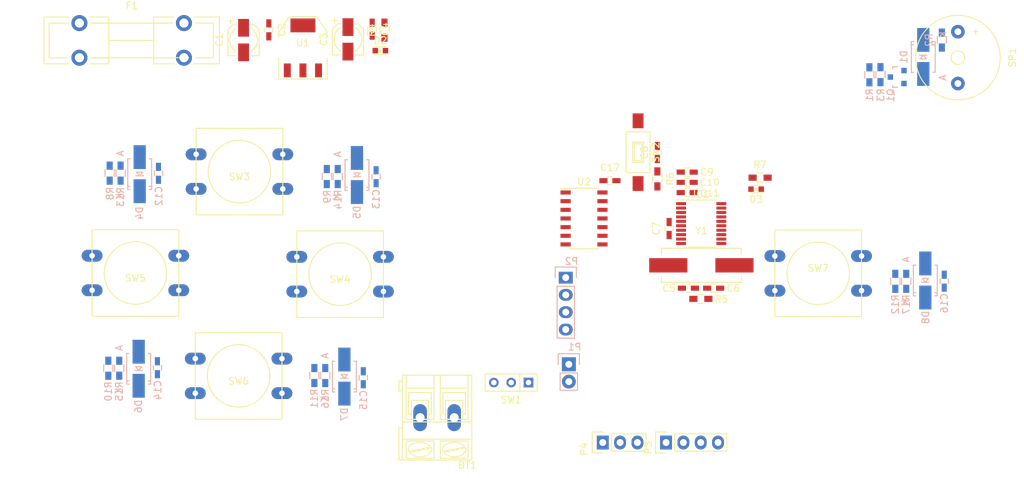
<source format=kicad_pcb>
(kicad_pcb (version 4) (host pcbnew 4.0.4-stable)

  (general
    (links 131)
    (no_connects 131)
    (area 46.149999 64.22 196.250001 134.482201)
    (thickness 1.6)
    (drawings 17)
    (tracks 0)
    (zones 0)
    (modules 61)
    (nets 40)
  )

  (page A4)
  (layers
    (0 F.Cu signal)
    (31 B.Cu signal)
    (32 B.Adhes user)
    (33 F.Adhes user)
    (34 B.Paste user)
    (35 F.Paste user)
    (36 B.SilkS user)
    (37 F.SilkS user)
    (38 B.Mask user)
    (39 F.Mask user)
    (40 Dwgs.User user)
    (41 Cmts.User user)
    (42 Eco1.User user)
    (43 Eco2.User user)
    (44 Edge.Cuts user)
    (45 Margin user)
    (46 B.CrtYd user)
    (47 F.CrtYd user)
    (48 B.Fab user)
    (49 F.Fab user)
  )

  (setup
    (last_trace_width 0.25)
    (trace_clearance 0.2)
    (zone_clearance 0.508)
    (zone_45_only no)
    (trace_min 0.2)
    (segment_width 0.2)
    (edge_width 0.15)
    (via_size 0.6)
    (via_drill 0.4)
    (via_min_size 0.4)
    (via_min_drill 0.3)
    (uvia_size 0.3)
    (uvia_drill 0.1)
    (uvias_allowed no)
    (uvia_min_size 0.2)
    (uvia_min_drill 0.1)
    (pcb_text_width 0.3)
    (pcb_text_size 1.5 1.5)
    (mod_edge_width 0.15)
    (mod_text_size 1 1)
    (mod_text_width 0.15)
    (pad_size 1.524 1.524)
    (pad_drill 0.762)
    (pad_to_mask_clearance 0.2)
    (aux_axis_origin 0 0)
    (visible_elements 7FFEFFFF)
    (pcbplotparams
      (layerselection 0x00030_80000001)
      (usegerberextensions false)
      (excludeedgelayer true)
      (linewidth 0.100000)
      (plotframeref false)
      (viasonmask false)
      (mode 1)
      (useauxorigin false)
      (hpglpennumber 1)
      (hpglpenspeed 20)
      (hpglpendiameter 15)
      (hpglpenoverlay 2)
      (psnegative false)
      (psa4output false)
      (plotreference true)
      (plotvalue true)
      (plotinvisibletext false)
      (padsonsilk false)
      (subtractmaskfromsilk false)
      (outputformat 1)
      (mirror false)
      (drillshape 1)
      (scaleselection 1)
      (outputdirectory ""))
  )

  (net 0 "")
  (net 1 "Net-(BT1-Pad1)")
  (net 2 GND)
  (net 3 "Net-(C1-Pad1)")
  (net 4 +3V3)
  (net 5 OSC_P)
  (net 6 OSC_N)
  (net 7 "Net-(C7-Pad1)")
  (net 8 NRST)
  (net 9 "Net-(C12-Pad1)")
  (net 10 "Net-(C13-Pad1)")
  (net 11 "Net-(C14-Pad1)")
  (net 12 "Net-(C15-Pad1)")
  (net 13 "Net-(C16-Pad1)")
  (net 14 "Net-(D1-Pad1)")
  (net 15 "Net-(D1-Pad2)")
  (net 16 "Net-(D2-Pad2)")
  (net 17 "Net-(D3-Pad1)")
  (net 18 "Net-(D4-Pad2)")
  (net 19 "Net-(D5-Pad2)")
  (net 20 "Net-(D6-Pad2)")
  (net 21 "Net-(D7-Pad2)")
  (net 22 "Net-(D8-Pad2)")
  (net 23 "Net-(F1-Pad2)")
  (net 24 PD4)
  (net 25 UART1_TX)
  (net 26 UART1_RX)
  (net 27 PA3)
  (net 28 PB5)
  (net 29 PB4)
  (net 30 PC3)
  (net 31 PC4)
  (net 32 PC5)
  (net 33 PC6)
  (net 34 PC7)
  (net 35 SWIM)
  (net 36 PD2)
  (net 37 PD3)
  (net 38 "Net-(Q1-Pad3)")
  (net 39 "Net-(SW1-Pad1)")

  (net_class Default "This is the default net class."
    (clearance 0.2)
    (trace_width 0.25)
    (via_dia 0.6)
    (via_drill 0.4)
    (uvia_dia 0.3)
    (uvia_drill 0.1)
    (add_net +3V3)
    (add_net GND)
    (add_net NRST)
    (add_net "Net-(BT1-Pad1)")
    (add_net "Net-(C1-Pad1)")
    (add_net "Net-(C12-Pad1)")
    (add_net "Net-(C13-Pad1)")
    (add_net "Net-(C14-Pad1)")
    (add_net "Net-(C15-Pad1)")
    (add_net "Net-(C16-Pad1)")
    (add_net "Net-(C7-Pad1)")
    (add_net "Net-(D1-Pad1)")
    (add_net "Net-(D1-Pad2)")
    (add_net "Net-(D2-Pad2)")
    (add_net "Net-(D3-Pad1)")
    (add_net "Net-(D4-Pad2)")
    (add_net "Net-(D5-Pad2)")
    (add_net "Net-(D6-Pad2)")
    (add_net "Net-(D7-Pad2)")
    (add_net "Net-(D8-Pad2)")
    (add_net "Net-(F1-Pad2)")
    (add_net "Net-(Q1-Pad3)")
    (add_net "Net-(SW1-Pad1)")
    (add_net OSC_N)
    (add_net OSC_P)
    (add_net PA3)
    (add_net PB4)
    (add_net PB5)
    (add_net PC3)
    (add_net PC4)
    (add_net PC5)
    (add_net PC6)
    (add_net PC7)
    (add_net PD2)
    (add_net PD3)
    (add_net PD4)
    (add_net SWIM)
    (add_net UART1_RX)
    (add_net UART1_TX)
  )

  (module Buttons_Switches_ThroughHole:SW_PUSH-12mm (layer F.Cu) (tedit 53FD9538) (tstamp 58399A74)
    (at 81.125 119.5 180)
    (path /583BAB1C)
    (fp_text reference SW6 (at 0 -0.762 180) (layer F.SilkS)
      (effects (font (size 1 1) (thickness 0.15)))
    )
    (fp_text value SW_PUSH (at 0 1.016 180) (layer F.Fab)
      (effects (font (size 1 1) (thickness 0.15)))
    )
    (fp_circle (center 0 0) (end 3.81 2.54) (layer F.SilkS) (width 0.15))
    (fp_line (start -6.35 -6.35) (end 6.35 -6.35) (layer F.SilkS) (width 0.15))
    (fp_line (start 6.35 -6.35) (end 6.35 6.35) (layer F.SilkS) (width 0.15))
    (fp_line (start 6.35 6.35) (end -6.35 6.35) (layer F.SilkS) (width 0.15))
    (fp_line (start -6.35 6.35) (end -6.35 -6.35) (layer F.SilkS) (width 0.15))
    (pad 1 thru_hole oval (at 6.35 -2.54 180) (size 3.048 1.7272) (drill 0.8128) (layers *.Cu *.Mask)
      (net 2 GND))
    (pad 2 thru_hole oval (at 6.35 2.54 180) (size 3.048 1.7272) (drill 0.8128) (layers *.Cu *.Mask)
      (net 21 "Net-(D7-Pad2)"))
    (pad 1 thru_hole oval (at -6.35 -2.54 180) (size 3.048 1.7272) (drill 0.8128) (layers *.Cu *.Mask)
      (net 2 GND))
    (pad 2 thru_hole oval (at -6.35 2.54 180) (size 3.048 1.7272) (drill 0.8128) (layers *.Cu *.Mask)
      (net 21 "Net-(D7-Pad2)"))
    (model Buttons_Switches_ThroughHole.3dshapes/SW_PUSH-12mm.wrl
      (at (xyz 0 0 0))
      (scale (xyz 4 4 4))
      (rotate (xyz 0 0 0))
    )
  )

  (module Buttons_Switches_ThroughHole:SW_PUSH-12mm (layer F.Cu) (tedit 53FD9538) (tstamp 58399A7C)
    (at 166.075 104.45)
    (path /583BAC16)
    (fp_text reference SW7 (at 0 -0.762) (layer F.SilkS)
      (effects (font (size 1 1) (thickness 0.15)))
    )
    (fp_text value SW_PUSH (at 0 1.016) (layer F.Fab)
      (effects (font (size 1 1) (thickness 0.15)))
    )
    (fp_circle (center 0 0) (end 3.81 2.54) (layer F.SilkS) (width 0.15))
    (fp_line (start -6.35 -6.35) (end 6.35 -6.35) (layer F.SilkS) (width 0.15))
    (fp_line (start 6.35 -6.35) (end 6.35 6.35) (layer F.SilkS) (width 0.15))
    (fp_line (start 6.35 6.35) (end -6.35 6.35) (layer F.SilkS) (width 0.15))
    (fp_line (start -6.35 6.35) (end -6.35 -6.35) (layer F.SilkS) (width 0.15))
    (pad 1 thru_hole oval (at 6.35 -2.54) (size 3.048 1.7272) (drill 0.8128) (layers *.Cu *.Mask)
      (net 2 GND))
    (pad 2 thru_hole oval (at 6.35 2.54) (size 3.048 1.7272) (drill 0.8128) (layers *.Cu *.Mask)
      (net 22 "Net-(D8-Pad2)"))
    (pad 1 thru_hole oval (at -6.35 -2.54) (size 3.048 1.7272) (drill 0.8128) (layers *.Cu *.Mask)
      (net 2 GND))
    (pad 2 thru_hole oval (at -6.35 2.54) (size 3.048 1.7272) (drill 0.8128) (layers *.Cu *.Mask)
      (net 22 "Net-(D8-Pad2)"))
    (model Buttons_Switches_ThroughHole.3dshapes/SW_PUSH-12mm.wrl
      (at (xyz 0 0 0))
      (scale (xyz 4 4 4))
      (rotate (xyz 0 0 0))
    )
  )

  (module Connect:AK300-2 (layer F.Cu) (tedit 54792136) (tstamp 58399905)
    (at 112.725 125.625 180)
    (descr CONNECTOR)
    (tags CONNECTOR)
    (path /580B7E10)
    (attr virtual)
    (fp_text reference BT1 (at -1.92 -6.985 180) (layer F.SilkS)
      (effects (font (size 1 1) (thickness 0.15)))
    )
    (fp_text value +9V (at 2.779 7.747 180) (layer F.Fab)
      (effects (font (size 1 1) (thickness 0.15)))
    )
    (fp_line (start 8.363 -6.473) (end -2.83 -6.473) (layer F.CrtYd) (width 0.05))
    (fp_line (start 8.363 6.473) (end 8.363 -6.473) (layer F.CrtYd) (width 0.05))
    (fp_line (start -2.83 6.473) (end 8.363 6.473) (layer F.CrtYd) (width 0.05))
    (fp_line (start -2.83 -6.473) (end -2.83 6.473) (layer F.CrtYd) (width 0.05))
    (fp_line (start -1.2596 2.54) (end 1.2804 2.54) (layer F.SilkS) (width 0.15))
    (fp_line (start 1.2804 2.54) (end 1.2804 -0.254) (layer F.SilkS) (width 0.15))
    (fp_line (start -1.2596 -0.254) (end 1.2804 -0.254) (layer F.SilkS) (width 0.15))
    (fp_line (start -1.2596 2.54) (end -1.2596 -0.254) (layer F.SilkS) (width 0.15))
    (fp_line (start 3.7442 2.54) (end 6.2842 2.54) (layer F.SilkS) (width 0.15))
    (fp_line (start 6.2842 2.54) (end 6.2842 -0.254) (layer F.SilkS) (width 0.15))
    (fp_line (start 3.7442 -0.254) (end 6.2842 -0.254) (layer F.SilkS) (width 0.15))
    (fp_line (start 3.7442 2.54) (end 3.7442 -0.254) (layer F.SilkS) (width 0.15))
    (fp_line (start 7.605 -6.223) (end 7.605 -3.175) (layer F.SilkS) (width 0.15))
    (fp_line (start 7.605 -6.223) (end -2.58 -6.223) (layer F.SilkS) (width 0.15))
    (fp_line (start 7.605 -6.223) (end 8.113 -6.223) (layer F.SilkS) (width 0.15))
    (fp_line (start 8.113 -6.223) (end 8.113 -1.397) (layer F.SilkS) (width 0.15))
    (fp_line (start 8.113 -1.397) (end 7.605 -1.651) (layer F.SilkS) (width 0.15))
    (fp_line (start 8.113 5.461) (end 7.605 5.207) (layer F.SilkS) (width 0.15))
    (fp_line (start 7.605 5.207) (end 7.605 6.223) (layer F.SilkS) (width 0.15))
    (fp_line (start 8.113 3.81) (end 7.605 4.064) (layer F.SilkS) (width 0.15))
    (fp_line (start 7.605 4.064) (end 7.605 5.207) (layer F.SilkS) (width 0.15))
    (fp_line (start 8.113 3.81) (end 8.113 5.461) (layer F.SilkS) (width 0.15))
    (fp_line (start 2.9822 6.223) (end 2.9822 4.318) (layer F.SilkS) (width 0.15))
    (fp_line (start 7.0462 -0.254) (end 7.0462 4.318) (layer F.SilkS) (width 0.15))
    (fp_line (start 2.9822 6.223) (end 7.0462 6.223) (layer F.SilkS) (width 0.15))
    (fp_line (start 7.0462 6.223) (end 7.605 6.223) (layer F.SilkS) (width 0.15))
    (fp_line (start 2.0424 6.223) (end 2.0424 4.318) (layer F.SilkS) (width 0.15))
    (fp_line (start 2.0424 6.223) (end 2.9822 6.223) (layer F.SilkS) (width 0.15))
    (fp_line (start -2.0216 -0.254) (end -2.0216 4.318) (layer F.SilkS) (width 0.15))
    (fp_line (start -2.58 6.223) (end -2.0216 6.223) (layer F.SilkS) (width 0.15))
    (fp_line (start -2.0216 6.223) (end 2.0424 6.223) (layer F.SilkS) (width 0.15))
    (fp_line (start 2.9822 4.318) (end 7.0462 4.318) (layer F.SilkS) (width 0.15))
    (fp_line (start 2.9822 4.318) (end 2.9822 -0.254) (layer F.SilkS) (width 0.15))
    (fp_line (start 7.0462 4.318) (end 7.0462 6.223) (layer F.SilkS) (width 0.15))
    (fp_line (start 2.0424 4.318) (end -2.0216 4.318) (layer F.SilkS) (width 0.15))
    (fp_line (start 2.0424 4.318) (end 2.0424 -0.254) (layer F.SilkS) (width 0.15))
    (fp_line (start -2.0216 4.318) (end -2.0216 6.223) (layer F.SilkS) (width 0.15))
    (fp_line (start 6.6652 3.683) (end 6.6652 0.508) (layer F.SilkS) (width 0.15))
    (fp_line (start 6.6652 3.683) (end 3.3632 3.683) (layer F.SilkS) (width 0.15))
    (fp_line (start 3.3632 3.683) (end 3.3632 0.508) (layer F.SilkS) (width 0.15))
    (fp_line (start 1.6614 3.683) (end 1.6614 0.508) (layer F.SilkS) (width 0.15))
    (fp_line (start 1.6614 3.683) (end -1.6406 3.683) (layer F.SilkS) (width 0.15))
    (fp_line (start -1.6406 3.683) (end -1.6406 0.508) (layer F.SilkS) (width 0.15))
    (fp_line (start -1.6406 0.508) (end -1.2596 0.508) (layer F.SilkS) (width 0.15))
    (fp_line (start 1.6614 0.508) (end 1.2804 0.508) (layer F.SilkS) (width 0.15))
    (fp_line (start 3.3632 0.508) (end 3.7442 0.508) (layer F.SilkS) (width 0.15))
    (fp_line (start 6.6652 0.508) (end 6.2842 0.508) (layer F.SilkS) (width 0.15))
    (fp_line (start -2.58 6.223) (end -2.58 -0.635) (layer F.SilkS) (width 0.15))
    (fp_line (start -2.58 -0.635) (end -2.58 -3.175) (layer F.SilkS) (width 0.15))
    (fp_line (start 7.605 -1.651) (end 7.605 -0.635) (layer F.SilkS) (width 0.15))
    (fp_line (start 7.605 -0.635) (end 7.605 4.064) (layer F.SilkS) (width 0.15))
    (fp_line (start -2.58 -3.175) (end 7.605 -3.175) (layer F.SilkS) (width 0.15))
    (fp_line (start -2.58 -3.175) (end -2.58 -6.223) (layer F.SilkS) (width 0.15))
    (fp_line (start 7.605 -3.175) (end 7.605 -1.651) (layer F.SilkS) (width 0.15))
    (fp_line (start 2.9822 -3.429) (end 2.9822 -5.969) (layer F.SilkS) (width 0.15))
    (fp_line (start 2.9822 -5.969) (end 7.0462 -5.969) (layer F.SilkS) (width 0.15))
    (fp_line (start 7.0462 -5.969) (end 7.0462 -3.429) (layer F.SilkS) (width 0.15))
    (fp_line (start 7.0462 -3.429) (end 2.9822 -3.429) (layer F.SilkS) (width 0.15))
    (fp_line (start 2.0424 -3.429) (end 2.0424 -5.969) (layer F.SilkS) (width 0.15))
    (fp_line (start 2.0424 -3.429) (end -2.0216 -3.429) (layer F.SilkS) (width 0.15))
    (fp_line (start -2.0216 -3.429) (end -2.0216 -5.969) (layer F.SilkS) (width 0.15))
    (fp_line (start 2.0424 -5.969) (end -2.0216 -5.969) (layer F.SilkS) (width 0.15))
    (fp_line (start 3.3886 -4.445) (end 6.4366 -5.08) (layer F.SilkS) (width 0.15))
    (fp_line (start 3.5156 -4.318) (end 6.5636 -4.953) (layer F.SilkS) (width 0.15))
    (fp_line (start -1.6152 -4.445) (end 1.43534 -5.08) (layer F.SilkS) (width 0.15))
    (fp_line (start -1.4882 -4.318) (end 1.5598 -4.953) (layer F.SilkS) (width 0.15))
    (fp_line (start -2.0216 -0.254) (end -1.6406 -0.254) (layer F.SilkS) (width 0.15))
    (fp_line (start 2.0424 -0.254) (end 1.6614 -0.254) (layer F.SilkS) (width 0.15))
    (fp_line (start 1.6614 -0.254) (end -1.6406 -0.254) (layer F.SilkS) (width 0.15))
    (fp_line (start -2.58 -0.635) (end -1.6406 -0.635) (layer F.SilkS) (width 0.15))
    (fp_line (start -1.6406 -0.635) (end 1.6614 -0.635) (layer F.SilkS) (width 0.15))
    (fp_line (start 1.6614 -0.635) (end 3.3632 -0.635) (layer F.SilkS) (width 0.15))
    (fp_line (start 7.605 -0.635) (end 6.6652 -0.635) (layer F.SilkS) (width 0.15))
    (fp_line (start 6.6652 -0.635) (end 3.3632 -0.635) (layer F.SilkS) (width 0.15))
    (fp_line (start 7.0462 -0.254) (end 6.6652 -0.254) (layer F.SilkS) (width 0.15))
    (fp_line (start 2.9822 -0.254) (end 3.3632 -0.254) (layer F.SilkS) (width 0.15))
    (fp_line (start 3.3632 -0.254) (end 6.6652 -0.254) (layer F.SilkS) (width 0.15))
    (fp_arc (start 6.0302 -4.59486) (end 6.53566 -5.05206) (angle 90.5) (layer F.SilkS) (width 0.15))
    (fp_arc (start 5.065 -6.0706) (end 6.52804 -4.11734) (angle 75.5) (layer F.SilkS) (width 0.15))
    (fp_arc (start 4.98626 -3.7084) (end 3.3886 -5.0038) (angle 100) (layer F.SilkS) (width 0.15))
    (fp_arc (start 3.8712 -4.64566) (end 3.58164 -4.1275) (angle 104.2) (layer F.SilkS) (width 0.15))
    (fp_arc (start 1.0264 -4.59486) (end 1.5344 -5.05206) (angle 90.5) (layer F.SilkS) (width 0.15))
    (fp_arc (start 0.06374 -6.0706) (end 1.52678 -4.11734) (angle 75.5) (layer F.SilkS) (width 0.15))
    (fp_arc (start -0.01246 -3.7084) (end -1.6152 -5.0038) (angle 100) (layer F.SilkS) (width 0.15))
    (fp_arc (start -1.1326 -4.64566) (end -1.41962 -4.1275) (angle 104.2) (layer F.SilkS) (width 0.15))
    (pad 1 thru_hole oval (at 0 0 180) (size 1.9812 3.9624) (drill 1.3208) (layers *.Cu F.Paste F.Mask)
      (net 1 "Net-(BT1-Pad1)"))
    (pad 2 thru_hole oval (at 5 0 180) (size 1.9812 3.9624) (drill 1.3208) (layers *.Cu F.Paste F.Mask)
      (net 2 GND))
  )

  (module Capacitors_SMD:c_elec_4x5.8 (layer F.Cu) (tedit 57FA4419) (tstamp 5839990B)
    (at 81.85 70.225 270)
    (descr "SMT capacitor, aluminium electrolytic, 4x5.8")
    (path /5777BA57)
    (attr smd)
    (fp_text reference C1 (at 0 3.5433 270) (layer F.SilkS)
      (effects (font (size 1 1) (thickness 0.15)))
    )
    (fp_text value 10uF (at 0 -3.5433 270) (layer F.Fab)
      (effects (font (size 1 1) (thickness 0.15)))
    )
    (fp_text user + (at -1.1176 -0.0635 270) (layer F.Fab)
      (effects (font (size 1 1) (thickness 0.15)))
    )
    (fp_line (start 2.1336 2.1336) (end 2.1336 -2.1336) (layer F.Fab) (width 0.15))
    (fp_line (start -1.4605 2.1336) (end 2.1336 2.1336) (layer F.Fab) (width 0.15))
    (fp_line (start -2.1336 1.4605) (end -1.4605 2.1336) (layer F.Fab) (width 0.15))
    (fp_line (start -2.1336 -1.4605) (end -2.1336 1.4605) (layer F.Fab) (width 0.15))
    (fp_line (start -1.4605 -2.1336) (end -2.1336 -1.4605) (layer F.Fab) (width 0.15))
    (fp_line (start 2.1336 -2.1336) (end -1.4605 -2.1336) (layer F.Fab) (width 0.15))
    (fp_arc (start 0 0) (end 1.7018 1.1176) (angle 113.5052292) (layer F.SilkS) (width 0.15))
    (fp_arc (start 0 0) (end -1.7018 -1.1176) (angle 113.4128735) (layer F.SilkS) (width 0.15))
    (fp_line (start -2.286 1.524) (end -2.286 1.1176) (layer F.SilkS) (width 0.15))
    (fp_line (start 2.286 2.286) (end 2.286 1.1176) (layer F.SilkS) (width 0.15))
    (fp_line (start 2.286 -2.286) (end 2.286 -1.1176) (layer F.SilkS) (width 0.15))
    (fp_line (start -2.286 -1.524) (end -2.286 -1.1176) (layer F.SilkS) (width 0.15))
    (fp_text user + (at -2.7813 2.0066 270) (layer F.SilkS)
      (effects (font (size 1 1) (thickness 0.15)))
    )
    (fp_line (start 3.35 -2.65) (end -3.35 -2.65) (layer F.CrtYd) (width 0.05))
    (fp_line (start -3.35 -2.65) (end -3.35 2.65) (layer F.CrtYd) (width 0.05))
    (fp_line (start -3.35 2.65) (end 3.35 2.65) (layer F.CrtYd) (width 0.05))
    (fp_line (start 3.35 2.65) (end 3.35 -2.65) (layer F.CrtYd) (width 0.05))
    (fp_line (start -1.524 2.286) (end 2.286 2.286) (layer F.SilkS) (width 0.15))
    (fp_line (start -1.524 2.286) (end -2.286 1.524) (layer F.SilkS) (width 0.15))
    (fp_line (start -1.524 -2.286) (end 2.286 -2.286) (layer F.SilkS) (width 0.15))
    (fp_line (start -1.524 -2.286) (end -2.286 -1.524) (layer F.SilkS) (width 0.15))
    (pad 1 smd rect (at -1.8 0 90) (size 2.6 1.6) (layers F.Cu F.Paste F.Mask)
      (net 3 "Net-(C1-Pad1)"))
    (pad 2 smd rect (at 1.8 0 90) (size 2.6 1.6) (layers F.Cu F.Paste F.Mask)
      (net 2 GND))
    (model Capacitors_SMD.3dshapes/c_elec_4x5.8.wrl
      (at (xyz 0 0 0))
      (scale (xyz 1 1 1))
      (rotate (xyz 0 0 180))
    )
  )

  (module Capacitors_SMD:C_0603_HandSoldering (layer F.Cu) (tedit 541A9B4D) (tstamp 58399911)
    (at 85.55 68.725 270)
    (descr "Capacitor SMD 0603, hand soldering")
    (tags "capacitor 0603")
    (path /5777BA24)
    (attr smd)
    (fp_text reference C2 (at 0 -1.9 270) (layer F.SilkS)
      (effects (font (size 1 1) (thickness 0.15)))
    )
    (fp_text value 100nF (at 0 1.9 270) (layer F.Fab)
      (effects (font (size 1 1) (thickness 0.15)))
    )
    (fp_line (start -0.8 0.4) (end -0.8 -0.4) (layer F.Fab) (width 0.15))
    (fp_line (start 0.8 0.4) (end -0.8 0.4) (layer F.Fab) (width 0.15))
    (fp_line (start 0.8 -0.4) (end 0.8 0.4) (layer F.Fab) (width 0.15))
    (fp_line (start -0.8 -0.4) (end 0.8 -0.4) (layer F.Fab) (width 0.15))
    (fp_line (start -1.85 -0.75) (end 1.85 -0.75) (layer F.CrtYd) (width 0.05))
    (fp_line (start -1.85 0.75) (end 1.85 0.75) (layer F.CrtYd) (width 0.05))
    (fp_line (start -1.85 -0.75) (end -1.85 0.75) (layer F.CrtYd) (width 0.05))
    (fp_line (start 1.85 -0.75) (end 1.85 0.75) (layer F.CrtYd) (width 0.05))
    (fp_line (start -0.35 -0.6) (end 0.35 -0.6) (layer F.SilkS) (width 0.15))
    (fp_line (start 0.35 0.6) (end -0.35 0.6) (layer F.SilkS) (width 0.15))
    (pad 1 smd rect (at -0.95 0 270) (size 1.2 0.75) (layers F.Cu F.Paste F.Mask)
      (net 3 "Net-(C1-Pad1)"))
    (pad 2 smd rect (at 0.95 0 270) (size 1.2 0.75) (layers F.Cu F.Paste F.Mask)
      (net 2 GND))
    (model Capacitors_SMD.3dshapes/C_0603_HandSoldering.wrl
      (at (xyz 0 0 0))
      (scale (xyz 1 1 1))
      (rotate (xyz 0 0 0))
    )
  )

  (module Capacitors_SMD:c_elec_4x5.8 (layer F.Cu) (tedit 57FA4419) (tstamp 58399917)
    (at 97.15 70.125 270)
    (descr "SMT capacitor, aluminium electrolytic, 4x5.8")
    (path /5777BAD6)
    (attr smd)
    (fp_text reference C3 (at 0 3.5433 270) (layer F.SilkS)
      (effects (font (size 1 1) (thickness 0.15)))
    )
    (fp_text value 10uF (at 0 -3.5433 270) (layer F.Fab)
      (effects (font (size 1 1) (thickness 0.15)))
    )
    (fp_text user + (at -1.1176 -0.0635 270) (layer F.Fab)
      (effects (font (size 1 1) (thickness 0.15)))
    )
    (fp_line (start 2.1336 2.1336) (end 2.1336 -2.1336) (layer F.Fab) (width 0.15))
    (fp_line (start -1.4605 2.1336) (end 2.1336 2.1336) (layer F.Fab) (width 0.15))
    (fp_line (start -2.1336 1.4605) (end -1.4605 2.1336) (layer F.Fab) (width 0.15))
    (fp_line (start -2.1336 -1.4605) (end -2.1336 1.4605) (layer F.Fab) (width 0.15))
    (fp_line (start -1.4605 -2.1336) (end -2.1336 -1.4605) (layer F.Fab) (width 0.15))
    (fp_line (start 2.1336 -2.1336) (end -1.4605 -2.1336) (layer F.Fab) (width 0.15))
    (fp_arc (start 0 0) (end 1.7018 1.1176) (angle 113.5052292) (layer F.SilkS) (width 0.15))
    (fp_arc (start 0 0) (end -1.7018 -1.1176) (angle 113.4128735) (layer F.SilkS) (width 0.15))
    (fp_line (start -2.286 1.524) (end -2.286 1.1176) (layer F.SilkS) (width 0.15))
    (fp_line (start 2.286 2.286) (end 2.286 1.1176) (layer F.SilkS) (width 0.15))
    (fp_line (start 2.286 -2.286) (end 2.286 -1.1176) (layer F.SilkS) (width 0.15))
    (fp_line (start -2.286 -1.524) (end -2.286 -1.1176) (layer F.SilkS) (width 0.15))
    (fp_text user + (at -2.7813 2.0066 270) (layer F.SilkS)
      (effects (font (size 1 1) (thickness 0.15)))
    )
    (fp_line (start 3.35 -2.65) (end -3.35 -2.65) (layer F.CrtYd) (width 0.05))
    (fp_line (start -3.35 -2.65) (end -3.35 2.65) (layer F.CrtYd) (width 0.05))
    (fp_line (start -3.35 2.65) (end 3.35 2.65) (layer F.CrtYd) (width 0.05))
    (fp_line (start 3.35 2.65) (end 3.35 -2.65) (layer F.CrtYd) (width 0.05))
    (fp_line (start -1.524 2.286) (end 2.286 2.286) (layer F.SilkS) (width 0.15))
    (fp_line (start -1.524 2.286) (end -2.286 1.524) (layer F.SilkS) (width 0.15))
    (fp_line (start -1.524 -2.286) (end 2.286 -2.286) (layer F.SilkS) (width 0.15))
    (fp_line (start -1.524 -2.286) (end -2.286 -1.524) (layer F.SilkS) (width 0.15))
    (pad 1 smd rect (at -1.8 0 90) (size 2.6 1.6) (layers F.Cu F.Paste F.Mask)
      (net 4 +3V3))
    (pad 2 smd rect (at 1.8 0 90) (size 2.6 1.6) (layers F.Cu F.Paste F.Mask)
      (net 2 GND))
    (model Capacitors_SMD.3dshapes/c_elec_4x5.8.wrl
      (at (xyz 0 0 0))
      (scale (xyz 1 1 1))
      (rotate (xyz 0 0 180))
    )
  )

  (module Capacitors_SMD:C_0603_HandSoldering (layer F.Cu) (tedit 541A9B4D) (tstamp 5839991D)
    (at 100.7 68.625 270)
    (descr "Capacitor SMD 0603, hand soldering")
    (tags "capacitor 0603")
    (path /5777BAD0)
    (attr smd)
    (fp_text reference C4 (at 0 -1.9 270) (layer F.SilkS)
      (effects (font (size 1 1) (thickness 0.15)))
    )
    (fp_text value 100nF (at 0 1.9 270) (layer F.Fab)
      (effects (font (size 1 1) (thickness 0.15)))
    )
    (fp_line (start -0.8 0.4) (end -0.8 -0.4) (layer F.Fab) (width 0.15))
    (fp_line (start 0.8 0.4) (end -0.8 0.4) (layer F.Fab) (width 0.15))
    (fp_line (start 0.8 -0.4) (end 0.8 0.4) (layer F.Fab) (width 0.15))
    (fp_line (start -0.8 -0.4) (end 0.8 -0.4) (layer F.Fab) (width 0.15))
    (fp_line (start -1.85 -0.75) (end 1.85 -0.75) (layer F.CrtYd) (width 0.05))
    (fp_line (start -1.85 0.75) (end 1.85 0.75) (layer F.CrtYd) (width 0.05))
    (fp_line (start -1.85 -0.75) (end -1.85 0.75) (layer F.CrtYd) (width 0.05))
    (fp_line (start 1.85 -0.75) (end 1.85 0.75) (layer F.CrtYd) (width 0.05))
    (fp_line (start -0.35 -0.6) (end 0.35 -0.6) (layer F.SilkS) (width 0.15))
    (fp_line (start 0.35 0.6) (end -0.35 0.6) (layer F.SilkS) (width 0.15))
    (pad 1 smd rect (at -0.95 0 270) (size 1.2 0.75) (layers F.Cu F.Paste F.Mask)
      (net 4 +3V3))
    (pad 2 smd rect (at 0.95 0 270) (size 1.2 0.75) (layers F.Cu F.Paste F.Mask)
      (net 2 GND))
    (model Capacitors_SMD.3dshapes/C_0603_HandSoldering.wrl
      (at (xyz 0 0 0))
      (scale (xyz 1 1 1))
      (rotate (xyz 0 0 0))
    )
  )

  (module Capacitors_SMD:C_0603_HandSoldering (layer F.Cu) (tedit 583A8DD3) (tstamp 58399923)
    (at 147.05 106.625)
    (descr "Capacitor SMD 0603, hand soldering")
    (tags "capacitor 0603")
    (path /5777CEB7)
    (attr smd)
    (fp_text reference C5 (at -2.825 0.025) (layer F.SilkS)
      (effects (font (size 1 1) (thickness 0.15)))
    )
    (fp_text value 20pF (at 0 1.9) (layer F.Fab)
      (effects (font (size 1 1) (thickness 0.15)))
    )
    (fp_line (start -0.8 0.4) (end -0.8 -0.4) (layer F.Fab) (width 0.15))
    (fp_line (start 0.8 0.4) (end -0.8 0.4) (layer F.Fab) (width 0.15))
    (fp_line (start 0.8 -0.4) (end 0.8 0.4) (layer F.Fab) (width 0.15))
    (fp_line (start -0.8 -0.4) (end 0.8 -0.4) (layer F.Fab) (width 0.15))
    (fp_line (start -1.85 -0.75) (end 1.85 -0.75) (layer F.CrtYd) (width 0.05))
    (fp_line (start -1.85 0.75) (end 1.85 0.75) (layer F.CrtYd) (width 0.05))
    (fp_line (start -1.85 -0.75) (end -1.85 0.75) (layer F.CrtYd) (width 0.05))
    (fp_line (start 1.85 -0.75) (end 1.85 0.75) (layer F.CrtYd) (width 0.05))
    (fp_line (start -0.35 -0.6) (end 0.35 -0.6) (layer F.SilkS) (width 0.15))
    (fp_line (start 0.35 0.6) (end -0.35 0.6) (layer F.SilkS) (width 0.15))
    (pad 1 smd rect (at -0.95 0) (size 1.2 0.75) (layers F.Cu F.Paste F.Mask)
      (net 5 OSC_P))
    (pad 2 smd rect (at 0.95 0) (size 1.2 0.75) (layers F.Cu F.Paste F.Mask)
      (net 2 GND))
    (model Capacitors_SMD.3dshapes/C_0603_HandSoldering.wrl
      (at (xyz 0 0 0))
      (scale (xyz 1 1 1))
      (rotate (xyz 0 0 0))
    )
  )

  (module Capacitors_SMD:C_0603_HandSoldering (layer F.Cu) (tedit 583A8DCF) (tstamp 58399929)
    (at 150.75 106.625 180)
    (descr "Capacitor SMD 0603, hand soldering")
    (tags "capacitor 0603")
    (path /5777CF26)
    (attr smd)
    (fp_text reference C6 (at -2.875 -0.025 180) (layer F.SilkS)
      (effects (font (size 1 1) (thickness 0.15)))
    )
    (fp_text value 20pF (at 0 1.9 180) (layer F.Fab)
      (effects (font (size 1 1) (thickness 0.15)))
    )
    (fp_line (start -0.8 0.4) (end -0.8 -0.4) (layer F.Fab) (width 0.15))
    (fp_line (start 0.8 0.4) (end -0.8 0.4) (layer F.Fab) (width 0.15))
    (fp_line (start 0.8 -0.4) (end 0.8 0.4) (layer F.Fab) (width 0.15))
    (fp_line (start -0.8 -0.4) (end 0.8 -0.4) (layer F.Fab) (width 0.15))
    (fp_line (start -1.85 -0.75) (end 1.85 -0.75) (layer F.CrtYd) (width 0.05))
    (fp_line (start -1.85 0.75) (end 1.85 0.75) (layer F.CrtYd) (width 0.05))
    (fp_line (start -1.85 -0.75) (end -1.85 0.75) (layer F.CrtYd) (width 0.05))
    (fp_line (start 1.85 -0.75) (end 1.85 0.75) (layer F.CrtYd) (width 0.05))
    (fp_line (start -0.35 -0.6) (end 0.35 -0.6) (layer F.SilkS) (width 0.15))
    (fp_line (start 0.35 0.6) (end -0.35 0.6) (layer F.SilkS) (width 0.15))
    (pad 1 smd rect (at -0.95 0 180) (size 1.2 0.75) (layers F.Cu F.Paste F.Mask)
      (net 6 OSC_N))
    (pad 2 smd rect (at 0.95 0 180) (size 1.2 0.75) (layers F.Cu F.Paste F.Mask)
      (net 2 GND))
    (model Capacitors_SMD.3dshapes/C_0603_HandSoldering.wrl
      (at (xyz 0 0 0))
      (scale (xyz 1 1 1))
      (rotate (xyz 0 0 0))
    )
  )

  (module Capacitors_SMD:C_0603_HandSoldering (layer F.Cu) (tedit 541A9B4D) (tstamp 5839992F)
    (at 144.225 97.875 90)
    (descr "Capacitor SMD 0603, hand soldering")
    (tags "capacitor 0603")
    (path /5777F311)
    (attr smd)
    (fp_text reference C7 (at 0 -1.9 90) (layer F.SilkS)
      (effects (font (size 1 1) (thickness 0.15)))
    )
    (fp_text value 1uF (at 0 1.9 90) (layer F.Fab)
      (effects (font (size 1 1) (thickness 0.15)))
    )
    (fp_line (start -0.8 0.4) (end -0.8 -0.4) (layer F.Fab) (width 0.15))
    (fp_line (start 0.8 0.4) (end -0.8 0.4) (layer F.Fab) (width 0.15))
    (fp_line (start 0.8 -0.4) (end 0.8 0.4) (layer F.Fab) (width 0.15))
    (fp_line (start -0.8 -0.4) (end 0.8 -0.4) (layer F.Fab) (width 0.15))
    (fp_line (start -1.85 -0.75) (end 1.85 -0.75) (layer F.CrtYd) (width 0.05))
    (fp_line (start -1.85 0.75) (end 1.85 0.75) (layer F.CrtYd) (width 0.05))
    (fp_line (start -1.85 -0.75) (end -1.85 0.75) (layer F.CrtYd) (width 0.05))
    (fp_line (start 1.85 -0.75) (end 1.85 0.75) (layer F.CrtYd) (width 0.05))
    (fp_line (start -0.35 -0.6) (end 0.35 -0.6) (layer F.SilkS) (width 0.15))
    (fp_line (start 0.35 0.6) (end -0.35 0.6) (layer F.SilkS) (width 0.15))
    (pad 1 smd rect (at -0.95 0 90) (size 1.2 0.75) (layers F.Cu F.Paste F.Mask)
      (net 7 "Net-(C7-Pad1)"))
    (pad 2 smd rect (at 0.95 0 90) (size 1.2 0.75) (layers F.Cu F.Paste F.Mask)
      (net 2 GND))
    (model Capacitors_SMD.3dshapes/C_0603_HandSoldering.wrl
      (at (xyz 0 0 0))
      (scale (xyz 1 1 1))
      (rotate (xyz 0 0 0))
    )
  )

  (module Capacitors_SMD:C_0603_HandSoldering (layer F.Cu) (tedit 541A9B4D) (tstamp 58399935)
    (at 142.5 86.725 90)
    (descr "Capacitor SMD 0603, hand soldering")
    (tags "capacitor 0603")
    (path /5777C3E8)
    (attr smd)
    (fp_text reference C8 (at 0 -1.9 90) (layer F.SilkS)
      (effects (font (size 1 1) (thickness 0.15)))
    )
    (fp_text value 100nF (at 0 1.9 90) (layer F.Fab)
      (effects (font (size 1 1) (thickness 0.15)))
    )
    (fp_line (start -0.8 0.4) (end -0.8 -0.4) (layer F.Fab) (width 0.15))
    (fp_line (start 0.8 0.4) (end -0.8 0.4) (layer F.Fab) (width 0.15))
    (fp_line (start 0.8 -0.4) (end 0.8 0.4) (layer F.Fab) (width 0.15))
    (fp_line (start -0.8 -0.4) (end 0.8 -0.4) (layer F.Fab) (width 0.15))
    (fp_line (start -1.85 -0.75) (end 1.85 -0.75) (layer F.CrtYd) (width 0.05))
    (fp_line (start -1.85 0.75) (end 1.85 0.75) (layer F.CrtYd) (width 0.05))
    (fp_line (start -1.85 -0.75) (end -1.85 0.75) (layer F.CrtYd) (width 0.05))
    (fp_line (start 1.85 -0.75) (end 1.85 0.75) (layer F.CrtYd) (width 0.05))
    (fp_line (start -0.35 -0.6) (end 0.35 -0.6) (layer F.SilkS) (width 0.15))
    (fp_line (start 0.35 0.6) (end -0.35 0.6) (layer F.SilkS) (width 0.15))
    (pad 1 smd rect (at -0.95 0 90) (size 1.2 0.75) (layers F.Cu F.Paste F.Mask)
      (net 8 NRST))
    (pad 2 smd rect (at 0.95 0 90) (size 1.2 0.75) (layers F.Cu F.Paste F.Mask)
      (net 2 GND))
    (model Capacitors_SMD.3dshapes/C_0603_HandSoldering.wrl
      (at (xyz 0 0 0))
      (scale (xyz 1 1 1))
      (rotate (xyz 0 0 0))
    )
  )

  (module Capacitors_SMD:C_0603_HandSoldering (layer F.Cu) (tedit 583A80FB) (tstamp 5839993B)
    (at 146.875 89.6)
    (descr "Capacitor SMD 0603, hand soldering")
    (tags "capacitor 0603")
    (path /5777F57B)
    (attr smd)
    (fp_text reference C9 (at 2.9 0) (layer F.SilkS)
      (effects (font (size 1 1) (thickness 0.15)))
    )
    (fp_text value 100nF (at 0 1.9) (layer F.Fab)
      (effects (font (size 1 1) (thickness 0.15)))
    )
    (fp_line (start -0.8 0.4) (end -0.8 -0.4) (layer F.Fab) (width 0.15))
    (fp_line (start 0.8 0.4) (end -0.8 0.4) (layer F.Fab) (width 0.15))
    (fp_line (start 0.8 -0.4) (end 0.8 0.4) (layer F.Fab) (width 0.15))
    (fp_line (start -0.8 -0.4) (end 0.8 -0.4) (layer F.Fab) (width 0.15))
    (fp_line (start -1.85 -0.75) (end 1.85 -0.75) (layer F.CrtYd) (width 0.05))
    (fp_line (start -1.85 0.75) (end 1.85 0.75) (layer F.CrtYd) (width 0.05))
    (fp_line (start -1.85 -0.75) (end -1.85 0.75) (layer F.CrtYd) (width 0.05))
    (fp_line (start 1.85 -0.75) (end 1.85 0.75) (layer F.CrtYd) (width 0.05))
    (fp_line (start -0.35 -0.6) (end 0.35 -0.6) (layer F.SilkS) (width 0.15))
    (fp_line (start 0.35 0.6) (end -0.35 0.6) (layer F.SilkS) (width 0.15))
    (pad 1 smd rect (at -0.95 0) (size 1.2 0.75) (layers F.Cu F.Paste F.Mask)
      (net 4 +3V3))
    (pad 2 smd rect (at 0.95 0) (size 1.2 0.75) (layers F.Cu F.Paste F.Mask)
      (net 2 GND))
    (model Capacitors_SMD.3dshapes/C_0603_HandSoldering.wrl
      (at (xyz 0 0 0))
      (scale (xyz 1 1 1))
      (rotate (xyz 0 0 0))
    )
  )

  (module Capacitors_SMD:C_0603_HandSoldering (layer F.Cu) (tedit 583A80FE) (tstamp 58399941)
    (at 146.875 91.1)
    (descr "Capacitor SMD 0603, hand soldering")
    (tags "capacitor 0603")
    (path /581392E9)
    (attr smd)
    (fp_text reference C10 (at 3.3 0) (layer F.SilkS)
      (effects (font (size 1 1) (thickness 0.15)))
    )
    (fp_text value 100nF (at 0 1.9) (layer F.Fab)
      (effects (font (size 1 1) (thickness 0.15)))
    )
    (fp_line (start -0.8 0.4) (end -0.8 -0.4) (layer F.Fab) (width 0.15))
    (fp_line (start 0.8 0.4) (end -0.8 0.4) (layer F.Fab) (width 0.15))
    (fp_line (start 0.8 -0.4) (end 0.8 0.4) (layer F.Fab) (width 0.15))
    (fp_line (start -0.8 -0.4) (end 0.8 -0.4) (layer F.Fab) (width 0.15))
    (fp_line (start -1.85 -0.75) (end 1.85 -0.75) (layer F.CrtYd) (width 0.05))
    (fp_line (start -1.85 0.75) (end 1.85 0.75) (layer F.CrtYd) (width 0.05))
    (fp_line (start -1.85 -0.75) (end -1.85 0.75) (layer F.CrtYd) (width 0.05))
    (fp_line (start 1.85 -0.75) (end 1.85 0.75) (layer F.CrtYd) (width 0.05))
    (fp_line (start -0.35 -0.6) (end 0.35 -0.6) (layer F.SilkS) (width 0.15))
    (fp_line (start 0.35 0.6) (end -0.35 0.6) (layer F.SilkS) (width 0.15))
    (pad 1 smd rect (at -0.95 0) (size 1.2 0.75) (layers F.Cu F.Paste F.Mask)
      (net 4 +3V3))
    (pad 2 smd rect (at 0.95 0) (size 1.2 0.75) (layers F.Cu F.Paste F.Mask)
      (net 2 GND))
    (model Capacitors_SMD.3dshapes/C_0603_HandSoldering.wrl
      (at (xyz 0 0 0))
      (scale (xyz 1 1 1))
      (rotate (xyz 0 0 0))
    )
  )

  (module Capacitors_SMD:C_0603_HandSoldering (layer F.Cu) (tedit 583A8104) (tstamp 58399947)
    (at 146.875 92.6)
    (descr "Capacitor SMD 0603, hand soldering")
    (tags "capacitor 0603")
    (path /581395E4)
    (attr smd)
    (fp_text reference C11 (at 3.3 0.1) (layer F.SilkS)
      (effects (font (size 1 1) (thickness 0.15)))
    )
    (fp_text value 100nF (at 0 1.9) (layer F.Fab)
      (effects (font (size 1 1) (thickness 0.15)))
    )
    (fp_line (start -0.8 0.4) (end -0.8 -0.4) (layer F.Fab) (width 0.15))
    (fp_line (start 0.8 0.4) (end -0.8 0.4) (layer F.Fab) (width 0.15))
    (fp_line (start 0.8 -0.4) (end 0.8 0.4) (layer F.Fab) (width 0.15))
    (fp_line (start -0.8 -0.4) (end 0.8 -0.4) (layer F.Fab) (width 0.15))
    (fp_line (start -1.85 -0.75) (end 1.85 -0.75) (layer F.CrtYd) (width 0.05))
    (fp_line (start -1.85 0.75) (end 1.85 0.75) (layer F.CrtYd) (width 0.05))
    (fp_line (start -1.85 -0.75) (end -1.85 0.75) (layer F.CrtYd) (width 0.05))
    (fp_line (start 1.85 -0.75) (end 1.85 0.75) (layer F.CrtYd) (width 0.05))
    (fp_line (start -0.35 -0.6) (end 0.35 -0.6) (layer F.SilkS) (width 0.15))
    (fp_line (start 0.35 0.6) (end -0.35 0.6) (layer F.SilkS) (width 0.15))
    (pad 1 smd rect (at -0.95 0) (size 1.2 0.75) (layers F.Cu F.Paste F.Mask)
      (net 4 +3V3))
    (pad 2 smd rect (at 0.95 0) (size 1.2 0.75) (layers F.Cu F.Paste F.Mask)
      (net 2 GND))
    (model Capacitors_SMD.3dshapes/C_0603_HandSoldering.wrl
      (at (xyz 0 0 0))
      (scale (xyz 1 1 1))
      (rotate (xyz 0 0 0))
    )
  )

  (module Capacitors_SMD:C_0603_HandSoldering (layer B.Cu) (tedit 583ACE6B) (tstamp 5839994D)
    (at 69.375 89.775 90)
    (descr "Capacitor SMD 0603, hand soldering")
    (tags "capacitor 0603")
    (path /58098DBE)
    (attr smd)
    (fp_text reference C12 (at -3.35 0.05 90) (layer B.SilkS)
      (effects (font (size 1 1) (thickness 0.15)) (justify mirror))
    )
    (fp_text value 100nF (at 0 -1.9 90) (layer B.Fab)
      (effects (font (size 1 1) (thickness 0.15)) (justify mirror))
    )
    (fp_line (start -0.8 -0.4) (end -0.8 0.4) (layer B.Fab) (width 0.15))
    (fp_line (start 0.8 -0.4) (end -0.8 -0.4) (layer B.Fab) (width 0.15))
    (fp_line (start 0.8 0.4) (end 0.8 -0.4) (layer B.Fab) (width 0.15))
    (fp_line (start -0.8 0.4) (end 0.8 0.4) (layer B.Fab) (width 0.15))
    (fp_line (start -1.85 0.75) (end 1.85 0.75) (layer B.CrtYd) (width 0.05))
    (fp_line (start -1.85 -0.75) (end 1.85 -0.75) (layer B.CrtYd) (width 0.05))
    (fp_line (start -1.85 0.75) (end -1.85 -0.75) (layer B.CrtYd) (width 0.05))
    (fp_line (start 1.85 0.75) (end 1.85 -0.75) (layer B.CrtYd) (width 0.05))
    (fp_line (start -0.35 0.6) (end 0.35 0.6) (layer B.SilkS) (width 0.15))
    (fp_line (start 0.35 -0.6) (end -0.35 -0.6) (layer B.SilkS) (width 0.15))
    (pad 1 smd rect (at -0.95 0 90) (size 1.2 0.75) (layers B.Cu B.Paste B.Mask)
      (net 9 "Net-(C12-Pad1)"))
    (pad 2 smd rect (at 0.95 0 90) (size 1.2 0.75) (layers B.Cu B.Paste B.Mask)
      (net 2 GND))
    (model Capacitors_SMD.3dshapes/C_0603_HandSoldering.wrl
      (at (xyz 0 0 0))
      (scale (xyz 1 1 1))
      (rotate (xyz 0 0 0))
    )
  )

  (module Capacitors_SMD:C_0603_HandSoldering (layer B.Cu) (tedit 583ACFD9) (tstamp 58399953)
    (at 101.275 90.275 90)
    (descr "Capacitor SMD 0603, hand soldering")
    (tags "capacitor 0603")
    (path /5809A7A9)
    (attr smd)
    (fp_text reference C13 (at -3.3 0 90) (layer B.SilkS)
      (effects (font (size 1 1) (thickness 0.15)) (justify mirror))
    )
    (fp_text value 100nF (at 0 -1.9 90) (layer B.Fab)
      (effects (font (size 1 1) (thickness 0.15)) (justify mirror))
    )
    (fp_line (start -0.8 -0.4) (end -0.8 0.4) (layer B.Fab) (width 0.15))
    (fp_line (start 0.8 -0.4) (end -0.8 -0.4) (layer B.Fab) (width 0.15))
    (fp_line (start 0.8 0.4) (end 0.8 -0.4) (layer B.Fab) (width 0.15))
    (fp_line (start -0.8 0.4) (end 0.8 0.4) (layer B.Fab) (width 0.15))
    (fp_line (start -1.85 0.75) (end 1.85 0.75) (layer B.CrtYd) (width 0.05))
    (fp_line (start -1.85 -0.75) (end 1.85 -0.75) (layer B.CrtYd) (width 0.05))
    (fp_line (start -1.85 0.75) (end -1.85 -0.75) (layer B.CrtYd) (width 0.05))
    (fp_line (start 1.85 0.75) (end 1.85 -0.75) (layer B.CrtYd) (width 0.05))
    (fp_line (start -0.35 0.6) (end 0.35 0.6) (layer B.SilkS) (width 0.15))
    (fp_line (start 0.35 -0.6) (end -0.35 -0.6) (layer B.SilkS) (width 0.15))
    (pad 1 smd rect (at -0.95 0 90) (size 1.2 0.75) (layers B.Cu B.Paste B.Mask)
      (net 10 "Net-(C13-Pad1)"))
    (pad 2 smd rect (at 0.95 0 90) (size 1.2 0.75) (layers B.Cu B.Paste B.Mask)
      (net 2 GND))
    (model Capacitors_SMD.3dshapes/C_0603_HandSoldering.wrl
      (at (xyz 0 0 0))
      (scale (xyz 1 1 1))
      (rotate (xyz 0 0 0))
    )
  )

  (module Capacitors_SMD:C_0603_HandSoldering (layer B.Cu) (tedit 583AD096) (tstamp 58399959)
    (at 69.225 118.3 90)
    (descr "Capacitor SMD 0603, hand soldering")
    (tags "capacitor 0603")
    (path /5809AD1C)
    (attr smd)
    (fp_text reference C14 (at -3.3 0.05 90) (layer B.SilkS)
      (effects (font (size 1 1) (thickness 0.15)) (justify mirror))
    )
    (fp_text value 100nF (at 0 -1.9 90) (layer B.Fab)
      (effects (font (size 1 1) (thickness 0.15)) (justify mirror))
    )
    (fp_line (start -0.8 -0.4) (end -0.8 0.4) (layer B.Fab) (width 0.15))
    (fp_line (start 0.8 -0.4) (end -0.8 -0.4) (layer B.Fab) (width 0.15))
    (fp_line (start 0.8 0.4) (end 0.8 -0.4) (layer B.Fab) (width 0.15))
    (fp_line (start -0.8 0.4) (end 0.8 0.4) (layer B.Fab) (width 0.15))
    (fp_line (start -1.85 0.75) (end 1.85 0.75) (layer B.CrtYd) (width 0.05))
    (fp_line (start -1.85 -0.75) (end 1.85 -0.75) (layer B.CrtYd) (width 0.05))
    (fp_line (start -1.85 0.75) (end -1.85 -0.75) (layer B.CrtYd) (width 0.05))
    (fp_line (start 1.85 0.75) (end 1.85 -0.75) (layer B.CrtYd) (width 0.05))
    (fp_line (start -0.35 0.6) (end 0.35 0.6) (layer B.SilkS) (width 0.15))
    (fp_line (start 0.35 -0.6) (end -0.35 -0.6) (layer B.SilkS) (width 0.15))
    (pad 1 smd rect (at -0.95 0 90) (size 1.2 0.75) (layers B.Cu B.Paste B.Mask)
      (net 11 "Net-(C14-Pad1)"))
    (pad 2 smd rect (at 0.95 0 90) (size 1.2 0.75) (layers B.Cu B.Paste B.Mask)
      (net 2 GND))
    (model Capacitors_SMD.3dshapes/C_0603_HandSoldering.wrl
      (at (xyz 0 0 0))
      (scale (xyz 1 1 1))
      (rotate (xyz 0 0 0))
    )
  )

  (module Capacitors_SMD:C_0603_HandSoldering (layer B.Cu) (tedit 583AD0C6) (tstamp 5839995F)
    (at 99.4 119.775 90)
    (descr "Capacitor SMD 0603, hand soldering")
    (tags "capacitor 0603")
    (path /5809AD61)
    (attr smd)
    (fp_text reference C15 (at -3.275 0.025 90) (layer B.SilkS)
      (effects (font (size 1 1) (thickness 0.15)) (justify mirror))
    )
    (fp_text value 100nF (at 0 -1.9 90) (layer B.Fab)
      (effects (font (size 1 1) (thickness 0.15)) (justify mirror))
    )
    (fp_line (start -0.8 -0.4) (end -0.8 0.4) (layer B.Fab) (width 0.15))
    (fp_line (start 0.8 -0.4) (end -0.8 -0.4) (layer B.Fab) (width 0.15))
    (fp_line (start 0.8 0.4) (end 0.8 -0.4) (layer B.Fab) (width 0.15))
    (fp_line (start -0.8 0.4) (end 0.8 0.4) (layer B.Fab) (width 0.15))
    (fp_line (start -1.85 0.75) (end 1.85 0.75) (layer B.CrtYd) (width 0.05))
    (fp_line (start -1.85 -0.75) (end 1.85 -0.75) (layer B.CrtYd) (width 0.05))
    (fp_line (start -1.85 0.75) (end -1.85 -0.75) (layer B.CrtYd) (width 0.05))
    (fp_line (start 1.85 0.75) (end 1.85 -0.75) (layer B.CrtYd) (width 0.05))
    (fp_line (start -0.35 0.6) (end 0.35 0.6) (layer B.SilkS) (width 0.15))
    (fp_line (start 0.35 -0.6) (end -0.35 -0.6) (layer B.SilkS) (width 0.15))
    (pad 1 smd rect (at -0.95 0 90) (size 1.2 0.75) (layers B.Cu B.Paste B.Mask)
      (net 12 "Net-(C15-Pad1)"))
    (pad 2 smd rect (at 0.95 0 90) (size 1.2 0.75) (layers B.Cu B.Paste B.Mask)
      (net 2 GND))
    (model Capacitors_SMD.3dshapes/C_0603_HandSoldering.wrl
      (at (xyz 0 0 0))
      (scale (xyz 1 1 1))
      (rotate (xyz 0 0 0))
    )
  )

  (module Capacitors_SMD:C_0603_HandSoldering (layer B.Cu) (tedit 583AD0EB) (tstamp 58399965)
    (at 184.55 105.6 90)
    (descr "Capacitor SMD 0603, hand soldering")
    (tags "capacitor 0603")
    (path /5809EB98)
    (attr smd)
    (fp_text reference C16 (at -3.25 0 90) (layer B.SilkS)
      (effects (font (size 1 1) (thickness 0.15)) (justify mirror))
    )
    (fp_text value 100nF (at 0 -1.9 90) (layer B.Fab)
      (effects (font (size 1 1) (thickness 0.15)) (justify mirror))
    )
    (fp_line (start -0.8 -0.4) (end -0.8 0.4) (layer B.Fab) (width 0.15))
    (fp_line (start 0.8 -0.4) (end -0.8 -0.4) (layer B.Fab) (width 0.15))
    (fp_line (start 0.8 0.4) (end 0.8 -0.4) (layer B.Fab) (width 0.15))
    (fp_line (start -0.8 0.4) (end 0.8 0.4) (layer B.Fab) (width 0.15))
    (fp_line (start -1.85 0.75) (end 1.85 0.75) (layer B.CrtYd) (width 0.05))
    (fp_line (start -1.85 -0.75) (end 1.85 -0.75) (layer B.CrtYd) (width 0.05))
    (fp_line (start -1.85 0.75) (end -1.85 -0.75) (layer B.CrtYd) (width 0.05))
    (fp_line (start 1.85 0.75) (end 1.85 -0.75) (layer B.CrtYd) (width 0.05))
    (fp_line (start -0.35 0.6) (end 0.35 0.6) (layer B.SilkS) (width 0.15))
    (fp_line (start 0.35 -0.6) (end -0.35 -0.6) (layer B.SilkS) (width 0.15))
    (pad 1 smd rect (at -0.95 0 90) (size 1.2 0.75) (layers B.Cu B.Paste B.Mask)
      (net 13 "Net-(C16-Pad1)"))
    (pad 2 smd rect (at 0.95 0 90) (size 1.2 0.75) (layers B.Cu B.Paste B.Mask)
      (net 2 GND))
    (model Capacitors_SMD.3dshapes/C_0603_HandSoldering.wrl
      (at (xyz 0 0 0))
      (scale (xyz 1 1 1))
      (rotate (xyz 0 0 0))
    )
  )

  (module Diodes_SMD:SMA_Handsoldering (layer B.Cu) (tedit 552FF1AB) (tstamp 5839996B)
    (at 181.475 72.7 270)
    (descr "Diode SMA Handsoldering")
    (tags "Diode SMA Handsoldering")
    (path /580C3E0E)
    (attr smd)
    (fp_text reference D1 (at 0 2.85 270) (layer B.SilkS)
      (effects (font (size 1 1) (thickness 0.15)) (justify mirror))
    )
    (fp_text value DIODE (at 0.05 -4.4 270) (layer B.Fab)
      (effects (font (size 1 1) (thickness 0.15)) (justify mirror))
    )
    (fp_line (start -4.5 2) (end 4.5 2) (layer B.CrtYd) (width 0.05))
    (fp_line (start 4.5 2) (end 4.5 -2) (layer B.CrtYd) (width 0.05))
    (fp_line (start 4.5 -2) (end -4.5 -2) (layer B.CrtYd) (width 0.05))
    (fp_line (start -4.5 -2) (end -4.5 2) (layer B.CrtYd) (width 0.05))
    (fp_line (start -0.25 0) (end 0.3 0.45) (layer B.SilkS) (width 0.15))
    (fp_line (start 0.3 0.45) (end 0.3 -0.45) (layer B.SilkS) (width 0.15))
    (fp_line (start 0.3 -0.45) (end -0.25 0) (layer B.SilkS) (width 0.15))
    (fp_line (start -0.25 0.55) (end -0.25 -0.55) (layer B.SilkS) (width 0.15))
    (fp_text user K (at -3.25 -2.9 270) (layer B.SilkS)
      (effects (font (size 1 1) (thickness 0.15)) (justify mirror))
    )
    (fp_text user A (at 3.05 -2.85 270) (layer B.SilkS)
      (effects (font (size 1 1) (thickness 0.15)) (justify mirror))
    )
    (fp_line (start -1.79914 -1.75006) (end -1.79914 -1.39954) (layer B.SilkS) (width 0.15))
    (fp_line (start -1.79914 1.75006) (end -1.79914 1.39954) (layer B.SilkS) (width 0.15))
    (fp_line (start 2.25044 -1.75006) (end 2.25044 -1.39954) (layer B.SilkS) (width 0.15))
    (fp_line (start -2.25044 -1.75006) (end -2.25044 -1.39954) (layer B.SilkS) (width 0.15))
    (fp_line (start -2.25044 1.75006) (end -2.25044 1.39954) (layer B.SilkS) (width 0.15))
    (fp_line (start 2.25044 1.75006) (end 2.25044 1.39954) (layer B.SilkS) (width 0.15))
    (fp_line (start -2.25044 -1.75006) (end 2.25044 -1.75006) (layer B.SilkS) (width 0.15))
    (fp_line (start -2.25044 1.75006) (end 2.25044 1.75006) (layer B.SilkS) (width 0.15))
    (pad 1 smd rect (at -2.49936 0 270) (size 3.50012 1.80086) (layers B.Cu B.Paste B.Mask)
      (net 14 "Net-(D1-Pad1)"))
    (pad 2 smd rect (at 2.49936 0 270) (size 3.50012 1.80086) (layers B.Cu B.Paste B.Mask)
      (net 15 "Net-(D1-Pad2)"))
    (model Diodes_SMD.3dshapes/SMA_Handsoldering.wrl
      (at (xyz 0 0 0))
      (scale (xyz 0.3937 0.3937 0.3937))
      (rotate (xyz 0 0 180))
    )
  )

  (module LEDs:LED_0603 (layer F.Cu) (tedit 55BDE255) (tstamp 58399971)
    (at 101.9 71.775)
    (descr "LED 0603 smd package")
    (tags "LED led 0603 SMD smd SMT smt smdled SMDLED smtled SMTLED")
    (path /5777BBB1)
    (attr smd)
    (fp_text reference D2 (at 0 -1.5) (layer F.SilkS)
      (effects (font (size 1 1) (thickness 0.15)))
    )
    (fp_text value LED (at 0 1.5) (layer F.Fab)
      (effects (font (size 1 1) (thickness 0.15)))
    )
    (fp_line (start -0.3 -0.2) (end -0.3 0.2) (layer F.Fab) (width 0.15))
    (fp_line (start -0.2 0) (end 0.1 -0.2) (layer F.Fab) (width 0.15))
    (fp_line (start 0.1 0.2) (end -0.2 0) (layer F.Fab) (width 0.15))
    (fp_line (start 0.1 -0.2) (end 0.1 0.2) (layer F.Fab) (width 0.15))
    (fp_line (start 0.8 0.4) (end -0.8 0.4) (layer F.Fab) (width 0.15))
    (fp_line (start 0.8 -0.4) (end 0.8 0.4) (layer F.Fab) (width 0.15))
    (fp_line (start -0.8 -0.4) (end 0.8 -0.4) (layer F.Fab) (width 0.15))
    (fp_line (start -0.8 0.4) (end -0.8 -0.4) (layer F.Fab) (width 0.15))
    (fp_line (start -1.1 0.55) (end 0.8 0.55) (layer F.SilkS) (width 0.15))
    (fp_line (start -1.1 -0.55) (end 0.8 -0.55) (layer F.SilkS) (width 0.15))
    (fp_line (start -0.2 0) (end 0.25 0) (layer F.SilkS) (width 0.15))
    (fp_line (start -0.25 -0.25) (end -0.25 0.25) (layer F.SilkS) (width 0.15))
    (fp_line (start -0.25 0) (end 0 -0.25) (layer F.SilkS) (width 0.15))
    (fp_line (start 0 -0.25) (end 0 0.25) (layer F.SilkS) (width 0.15))
    (fp_line (start 0 0.25) (end -0.25 0) (layer F.SilkS) (width 0.15))
    (fp_line (start 1.4 -0.75) (end 1.4 0.75) (layer F.CrtYd) (width 0.05))
    (fp_line (start 1.4 0.75) (end -1.4 0.75) (layer F.CrtYd) (width 0.05))
    (fp_line (start -1.4 0.75) (end -1.4 -0.75) (layer F.CrtYd) (width 0.05))
    (fp_line (start -1.4 -0.75) (end 1.4 -0.75) (layer F.CrtYd) (width 0.05))
    (pad 2 smd rect (at 0.7493 0 180) (size 0.79756 0.79756) (layers F.Cu F.Paste F.Mask)
      (net 16 "Net-(D2-Pad2)"))
    (pad 1 smd rect (at -0.7493 0 180) (size 0.79756 0.79756) (layers F.Cu F.Paste F.Mask)
      (net 2 GND))
    (model LEDs.3dshapes/LED_0603.wrl
      (at (xyz 0 0 0))
      (scale (xyz 1 1 1))
      (rotate (xyz 0 0 180))
    )
  )

  (module LEDs:LED_0603 (layer F.Cu) (tedit 55BDE255) (tstamp 58399977)
    (at 156.975 92.1 180)
    (descr "LED 0603 smd package")
    (tags "LED led 0603 SMD smd SMT smt smdled SMDLED smtled SMTLED")
    (path /577866C1)
    (attr smd)
    (fp_text reference D3 (at 0 -1.5 180) (layer F.SilkS)
      (effects (font (size 1 1) (thickness 0.15)))
    )
    (fp_text value LED (at 0 1.5 180) (layer F.Fab)
      (effects (font (size 1 1) (thickness 0.15)))
    )
    (fp_line (start -0.3 -0.2) (end -0.3 0.2) (layer F.Fab) (width 0.15))
    (fp_line (start -0.2 0) (end 0.1 -0.2) (layer F.Fab) (width 0.15))
    (fp_line (start 0.1 0.2) (end -0.2 0) (layer F.Fab) (width 0.15))
    (fp_line (start 0.1 -0.2) (end 0.1 0.2) (layer F.Fab) (width 0.15))
    (fp_line (start 0.8 0.4) (end -0.8 0.4) (layer F.Fab) (width 0.15))
    (fp_line (start 0.8 -0.4) (end 0.8 0.4) (layer F.Fab) (width 0.15))
    (fp_line (start -0.8 -0.4) (end 0.8 -0.4) (layer F.Fab) (width 0.15))
    (fp_line (start -0.8 0.4) (end -0.8 -0.4) (layer F.Fab) (width 0.15))
    (fp_line (start -1.1 0.55) (end 0.8 0.55) (layer F.SilkS) (width 0.15))
    (fp_line (start -1.1 -0.55) (end 0.8 -0.55) (layer F.SilkS) (width 0.15))
    (fp_line (start -0.2 0) (end 0.25 0) (layer F.SilkS) (width 0.15))
    (fp_line (start -0.25 -0.25) (end -0.25 0.25) (layer F.SilkS) (width 0.15))
    (fp_line (start -0.25 0) (end 0 -0.25) (layer F.SilkS) (width 0.15))
    (fp_line (start 0 -0.25) (end 0 0.25) (layer F.SilkS) (width 0.15))
    (fp_line (start 0 0.25) (end -0.25 0) (layer F.SilkS) (width 0.15))
    (fp_line (start 1.4 -0.75) (end 1.4 0.75) (layer F.CrtYd) (width 0.05))
    (fp_line (start 1.4 0.75) (end -1.4 0.75) (layer F.CrtYd) (width 0.05))
    (fp_line (start -1.4 0.75) (end -1.4 -0.75) (layer F.CrtYd) (width 0.05))
    (fp_line (start -1.4 -0.75) (end 1.4 -0.75) (layer F.CrtYd) (width 0.05))
    (pad 2 smd rect (at 0.7493 0) (size 0.79756 0.79756) (layers F.Cu F.Paste F.Mask)
      (net 4 +3V3))
    (pad 1 smd rect (at -0.7493 0) (size 0.79756 0.79756) (layers F.Cu F.Paste F.Mask)
      (net 17 "Net-(D3-Pad1)"))
    (model LEDs.3dshapes/LED_0603.wrl
      (at (xyz 0 0 0))
      (scale (xyz 1 1 1))
      (rotate (xyz 0 0 180))
    )
  )

  (module Diodes_SMD:SMA_Handsoldering (layer B.Cu) (tedit 583AD265) (tstamp 5839997D)
    (at 66.625 89.9 90)
    (descr "Diode SMA Handsoldering")
    (tags "Diode SMA Handsoldering")
    (path /58099259)
    (attr smd)
    (fp_text reference D4 (at -5.725 -0.025 90) (layer B.SilkS)
      (effects (font (size 1 1) (thickness 0.15)) (justify mirror))
    )
    (fp_text value D (at 0.05 -4.4 90) (layer B.Fab)
      (effects (font (size 1 1) (thickness 0.15)) (justify mirror))
    )
    (fp_line (start -4.5 2) (end 4.5 2) (layer B.CrtYd) (width 0.05))
    (fp_line (start 4.5 2) (end 4.5 -2) (layer B.CrtYd) (width 0.05))
    (fp_line (start 4.5 -2) (end -4.5 -2) (layer B.CrtYd) (width 0.05))
    (fp_line (start -4.5 -2) (end -4.5 2) (layer B.CrtYd) (width 0.05))
    (fp_line (start -0.25 0) (end 0.3 0.45) (layer B.SilkS) (width 0.15))
    (fp_line (start 0.3 0.45) (end 0.3 -0.45) (layer B.SilkS) (width 0.15))
    (fp_line (start 0.3 -0.45) (end -0.25 0) (layer B.SilkS) (width 0.15))
    (fp_line (start -0.25 0.55) (end -0.25 -0.55) (layer B.SilkS) (width 0.15))
    (fp_text user K (at -3.25 -2.9 90) (layer B.SilkS)
      (effects (font (size 1 1) (thickness 0.15)) (justify mirror))
    )
    (fp_text user A (at 3.05 -2.85 90) (layer B.SilkS)
      (effects (font (size 1 1) (thickness 0.15)) (justify mirror))
    )
    (fp_line (start -1.79914 -1.75006) (end -1.79914 -1.39954) (layer B.SilkS) (width 0.15))
    (fp_line (start -1.79914 1.75006) (end -1.79914 1.39954) (layer B.SilkS) (width 0.15))
    (fp_line (start 2.25044 -1.75006) (end 2.25044 -1.39954) (layer B.SilkS) (width 0.15))
    (fp_line (start -2.25044 -1.75006) (end -2.25044 -1.39954) (layer B.SilkS) (width 0.15))
    (fp_line (start -2.25044 1.75006) (end -2.25044 1.39954) (layer B.SilkS) (width 0.15))
    (fp_line (start 2.25044 1.75006) (end 2.25044 1.39954) (layer B.SilkS) (width 0.15))
    (fp_line (start -2.25044 -1.75006) (end 2.25044 -1.75006) (layer B.SilkS) (width 0.15))
    (fp_line (start -2.25044 1.75006) (end 2.25044 1.75006) (layer B.SilkS) (width 0.15))
    (pad 1 smd rect (at -2.49936 0 90) (size 3.50012 1.80086) (layers B.Cu B.Paste B.Mask)
      (net 9 "Net-(C12-Pad1)"))
    (pad 2 smd rect (at 2.49936 0 90) (size 3.50012 1.80086) (layers B.Cu B.Paste B.Mask)
      (net 18 "Net-(D4-Pad2)"))
    (model Diodes_SMD.3dshapes/SMA_Handsoldering.wrl
      (at (xyz 0 0 0))
      (scale (xyz 0.3937 0.3937 0.3937))
      (rotate (xyz 0 0 180))
    )
  )

  (module Diodes_SMD:SMA_Handsoldering (layer B.Cu) (tedit 583AD26E) (tstamp 58399983)
    (at 98.475 90.025 90)
    (descr "Diode SMA Handsoldering")
    (tags "Diode SMA Handsoldering")
    (path /5809A7AF)
    (attr smd)
    (fp_text reference D5 (at -5.475 0 90) (layer B.SilkS)
      (effects (font (size 1 1) (thickness 0.15)) (justify mirror))
    )
    (fp_text value D (at 0.05 -4.4 90) (layer B.Fab)
      (effects (font (size 1 1) (thickness 0.15)) (justify mirror))
    )
    (fp_line (start -4.5 2) (end 4.5 2) (layer B.CrtYd) (width 0.05))
    (fp_line (start 4.5 2) (end 4.5 -2) (layer B.CrtYd) (width 0.05))
    (fp_line (start 4.5 -2) (end -4.5 -2) (layer B.CrtYd) (width 0.05))
    (fp_line (start -4.5 -2) (end -4.5 2) (layer B.CrtYd) (width 0.05))
    (fp_line (start -0.25 0) (end 0.3 0.45) (layer B.SilkS) (width 0.15))
    (fp_line (start 0.3 0.45) (end 0.3 -0.45) (layer B.SilkS) (width 0.15))
    (fp_line (start 0.3 -0.45) (end -0.25 0) (layer B.SilkS) (width 0.15))
    (fp_line (start -0.25 0.55) (end -0.25 -0.55) (layer B.SilkS) (width 0.15))
    (fp_text user K (at -3.25 -2.9 90) (layer B.SilkS)
      (effects (font (size 1 1) (thickness 0.15)) (justify mirror))
    )
    (fp_text user A (at 3.05 -2.85 90) (layer B.SilkS)
      (effects (font (size 1 1) (thickness 0.15)) (justify mirror))
    )
    (fp_line (start -1.79914 -1.75006) (end -1.79914 -1.39954) (layer B.SilkS) (width 0.15))
    (fp_line (start -1.79914 1.75006) (end -1.79914 1.39954) (layer B.SilkS) (width 0.15))
    (fp_line (start 2.25044 -1.75006) (end 2.25044 -1.39954) (layer B.SilkS) (width 0.15))
    (fp_line (start -2.25044 -1.75006) (end -2.25044 -1.39954) (layer B.SilkS) (width 0.15))
    (fp_line (start -2.25044 1.75006) (end -2.25044 1.39954) (layer B.SilkS) (width 0.15))
    (fp_line (start 2.25044 1.75006) (end 2.25044 1.39954) (layer B.SilkS) (width 0.15))
    (fp_line (start -2.25044 -1.75006) (end 2.25044 -1.75006) (layer B.SilkS) (width 0.15))
    (fp_line (start -2.25044 1.75006) (end 2.25044 1.75006) (layer B.SilkS) (width 0.15))
    (pad 1 smd rect (at -2.49936 0 90) (size 3.50012 1.80086) (layers B.Cu B.Paste B.Mask)
      (net 10 "Net-(C13-Pad1)"))
    (pad 2 smd rect (at 2.49936 0 90) (size 3.50012 1.80086) (layers B.Cu B.Paste B.Mask)
      (net 19 "Net-(D5-Pad2)"))
    (model Diodes_SMD.3dshapes/SMA_Handsoldering.wrl
      (at (xyz 0 0 0))
      (scale (xyz 0.3937 0.3937 0.3937))
      (rotate (xyz 0 0 180))
    )
  )

  (module Diodes_SMD:SMA_Handsoldering (layer B.Cu) (tedit 583AD33D) (tstamp 58399989)
    (at 66.475 118.45 90)
    (descr "Diode SMA Handsoldering")
    (tags "Diode SMA Handsoldering")
    (path /5809AD22)
    (attr smd)
    (fp_text reference D6 (at -5.525 -0.025 90) (layer B.SilkS)
      (effects (font (size 1 1) (thickness 0.15)) (justify mirror))
    )
    (fp_text value D (at 0.05 -4.4 90) (layer B.Fab)
      (effects (font (size 1 1) (thickness 0.15)) (justify mirror))
    )
    (fp_line (start -4.5 2) (end 4.5 2) (layer B.CrtYd) (width 0.05))
    (fp_line (start 4.5 2) (end 4.5 -2) (layer B.CrtYd) (width 0.05))
    (fp_line (start 4.5 -2) (end -4.5 -2) (layer B.CrtYd) (width 0.05))
    (fp_line (start -4.5 -2) (end -4.5 2) (layer B.CrtYd) (width 0.05))
    (fp_line (start -0.25 0) (end 0.3 0.45) (layer B.SilkS) (width 0.15))
    (fp_line (start 0.3 0.45) (end 0.3 -0.45) (layer B.SilkS) (width 0.15))
    (fp_line (start 0.3 -0.45) (end -0.25 0) (layer B.SilkS) (width 0.15))
    (fp_line (start -0.25 0.55) (end -0.25 -0.55) (layer B.SilkS) (width 0.15))
    (fp_text user K (at -3.25 -2.9 90) (layer B.SilkS)
      (effects (font (size 1 1) (thickness 0.15)) (justify mirror))
    )
    (fp_text user A (at 3.05 -2.85 90) (layer B.SilkS)
      (effects (font (size 1 1) (thickness 0.15)) (justify mirror))
    )
    (fp_line (start -1.79914 -1.75006) (end -1.79914 -1.39954) (layer B.SilkS) (width 0.15))
    (fp_line (start -1.79914 1.75006) (end -1.79914 1.39954) (layer B.SilkS) (width 0.15))
    (fp_line (start 2.25044 -1.75006) (end 2.25044 -1.39954) (layer B.SilkS) (width 0.15))
    (fp_line (start -2.25044 -1.75006) (end -2.25044 -1.39954) (layer B.SilkS) (width 0.15))
    (fp_line (start -2.25044 1.75006) (end -2.25044 1.39954) (layer B.SilkS) (width 0.15))
    (fp_line (start 2.25044 1.75006) (end 2.25044 1.39954) (layer B.SilkS) (width 0.15))
    (fp_line (start -2.25044 -1.75006) (end 2.25044 -1.75006) (layer B.SilkS) (width 0.15))
    (fp_line (start -2.25044 1.75006) (end 2.25044 1.75006) (layer B.SilkS) (width 0.15))
    (pad 1 smd rect (at -2.49936 0 90) (size 3.50012 1.80086) (layers B.Cu B.Paste B.Mask)
      (net 11 "Net-(C14-Pad1)"))
    (pad 2 smd rect (at 2.49936 0 90) (size 3.50012 1.80086) (layers B.Cu B.Paste B.Mask)
      (net 20 "Net-(D6-Pad2)"))
    (model Diodes_SMD.3dshapes/SMA_Handsoldering.wrl
      (at (xyz 0 0 0))
      (scale (xyz 0.3937 0.3937 0.3937))
      (rotate (xyz 0 0 180))
    )
  )

  (module Diodes_SMD:SMA_Handsoldering (layer B.Cu) (tedit 583AD31D) (tstamp 5839998F)
    (at 96.625 119.6 90)
    (descr "Diode SMA Handsoldering")
    (tags "Diode SMA Handsoldering")
    (path /5809AD67)
    (attr smd)
    (fp_text reference D7 (at -5.525 0 90) (layer B.SilkS)
      (effects (font (size 1 1) (thickness 0.15)) (justify mirror))
    )
    (fp_text value D (at 0.05 -4.4 90) (layer B.Fab)
      (effects (font (size 1 1) (thickness 0.15)) (justify mirror))
    )
    (fp_line (start -4.5 2) (end 4.5 2) (layer B.CrtYd) (width 0.05))
    (fp_line (start 4.5 2) (end 4.5 -2) (layer B.CrtYd) (width 0.05))
    (fp_line (start 4.5 -2) (end -4.5 -2) (layer B.CrtYd) (width 0.05))
    (fp_line (start -4.5 -2) (end -4.5 2) (layer B.CrtYd) (width 0.05))
    (fp_line (start -0.25 0) (end 0.3 0.45) (layer B.SilkS) (width 0.15))
    (fp_line (start 0.3 0.45) (end 0.3 -0.45) (layer B.SilkS) (width 0.15))
    (fp_line (start 0.3 -0.45) (end -0.25 0) (layer B.SilkS) (width 0.15))
    (fp_line (start -0.25 0.55) (end -0.25 -0.55) (layer B.SilkS) (width 0.15))
    (fp_text user K (at -3.25 -2.9 90) (layer B.SilkS)
      (effects (font (size 1 1) (thickness 0.15)) (justify mirror))
    )
    (fp_text user A (at 3.05 -2.85 90) (layer B.SilkS)
      (effects (font (size 1 1) (thickness 0.15)) (justify mirror))
    )
    (fp_line (start -1.79914 -1.75006) (end -1.79914 -1.39954) (layer B.SilkS) (width 0.15))
    (fp_line (start -1.79914 1.75006) (end -1.79914 1.39954) (layer B.SilkS) (width 0.15))
    (fp_line (start 2.25044 -1.75006) (end 2.25044 -1.39954) (layer B.SilkS) (width 0.15))
    (fp_line (start -2.25044 -1.75006) (end -2.25044 -1.39954) (layer B.SilkS) (width 0.15))
    (fp_line (start -2.25044 1.75006) (end -2.25044 1.39954) (layer B.SilkS) (width 0.15))
    (fp_line (start 2.25044 1.75006) (end 2.25044 1.39954) (layer B.SilkS) (width 0.15))
    (fp_line (start -2.25044 -1.75006) (end 2.25044 -1.75006) (layer B.SilkS) (width 0.15))
    (fp_line (start -2.25044 1.75006) (end 2.25044 1.75006) (layer B.SilkS) (width 0.15))
    (pad 1 smd rect (at -2.49936 0 90) (size 3.50012 1.80086) (layers B.Cu B.Paste B.Mask)
      (net 12 "Net-(C15-Pad1)"))
    (pad 2 smd rect (at 2.49936 0 90) (size 3.50012 1.80086) (layers B.Cu B.Paste B.Mask)
      (net 21 "Net-(D7-Pad2)"))
    (model Diodes_SMD.3dshapes/SMA_Handsoldering.wrl
      (at (xyz 0 0 0))
      (scale (xyz 0.3937 0.3937 0.3937))
      (rotate (xyz 0 0 180))
    )
  )

  (module Diodes_SMD:SMA_Handsoldering (layer B.Cu) (tedit 583AD2F4) (tstamp 58399995)
    (at 181.775 105.5 90)
    (descr "Diode SMA Handsoldering")
    (tags "Diode SMA Handsoldering")
    (path /5809EB9E)
    (attr smd)
    (fp_text reference D8 (at -5.425 0.05 90) (layer B.SilkS)
      (effects (font (size 1 1) (thickness 0.15)) (justify mirror))
    )
    (fp_text value D (at 0.05 -4.4 90) (layer B.Fab)
      (effects (font (size 1 1) (thickness 0.15)) (justify mirror))
    )
    (fp_line (start -4.5 2) (end 4.5 2) (layer B.CrtYd) (width 0.05))
    (fp_line (start 4.5 2) (end 4.5 -2) (layer B.CrtYd) (width 0.05))
    (fp_line (start 4.5 -2) (end -4.5 -2) (layer B.CrtYd) (width 0.05))
    (fp_line (start -4.5 -2) (end -4.5 2) (layer B.CrtYd) (width 0.05))
    (fp_line (start -0.25 0) (end 0.3 0.45) (layer B.SilkS) (width 0.15))
    (fp_line (start 0.3 0.45) (end 0.3 -0.45) (layer B.SilkS) (width 0.15))
    (fp_line (start 0.3 -0.45) (end -0.25 0) (layer B.SilkS) (width 0.15))
    (fp_line (start -0.25 0.55) (end -0.25 -0.55) (layer B.SilkS) (width 0.15))
    (fp_text user K (at -3.25 -2.9 90) (layer B.SilkS)
      (effects (font (size 1 1) (thickness 0.15)) (justify mirror))
    )
    (fp_text user A (at 3.05 -2.85 90) (layer B.SilkS)
      (effects (font (size 1 1) (thickness 0.15)) (justify mirror))
    )
    (fp_line (start -1.79914 -1.75006) (end -1.79914 -1.39954) (layer B.SilkS) (width 0.15))
    (fp_line (start -1.79914 1.75006) (end -1.79914 1.39954) (layer B.SilkS) (width 0.15))
    (fp_line (start 2.25044 -1.75006) (end 2.25044 -1.39954) (layer B.SilkS) (width 0.15))
    (fp_line (start -2.25044 -1.75006) (end -2.25044 -1.39954) (layer B.SilkS) (width 0.15))
    (fp_line (start -2.25044 1.75006) (end -2.25044 1.39954) (layer B.SilkS) (width 0.15))
    (fp_line (start 2.25044 1.75006) (end 2.25044 1.39954) (layer B.SilkS) (width 0.15))
    (fp_line (start -2.25044 -1.75006) (end 2.25044 -1.75006) (layer B.SilkS) (width 0.15))
    (fp_line (start -2.25044 1.75006) (end 2.25044 1.75006) (layer B.SilkS) (width 0.15))
    (pad 1 smd rect (at -2.49936 0 90) (size 3.50012 1.80086) (layers B.Cu B.Paste B.Mask)
      (net 13 "Net-(C16-Pad1)"))
    (pad 2 smd rect (at 2.49936 0 90) (size 3.50012 1.80086) (layers B.Cu B.Paste B.Mask)
      (net 22 "Net-(D8-Pad2)"))
    (model Diodes_SMD.3dshapes/SMA_Handsoldering.wrl
      (at (xyz 0 0 0))
      (scale (xyz 0.3937 0.3937 0.3937))
      (rotate (xyz 0 0 180))
    )
  )

  (module Fuse_Holders_and_Fuses:Fuseholder5x20_horiz_open_lateral_Type-II (layer F.Cu) (tedit 0) (tstamp 5839999D)
    (at 65.45 70.275)
    (descr "Fuseholder, 5x20, open, horizontal, Type-II, lateral,")
    (tags "Fuseholder, 5x20, open, horizontal, Type-II, lateral, Sicherungshalter, offen,")
    (path /583CBF8B)
    (fp_text reference F1 (at 0 -5.08) (layer F.SilkS)
      (effects (font (size 1 1) (thickness 0.15)))
    )
    (fp_text value Fuse (at -1.27 6.35) (layer F.Fab)
      (effects (font (size 1 1) (thickness 0.15)))
    )
    (fp_line (start 3.2512 0) (end -3.2512 0) (layer F.SilkS) (width 0.15))
    (fp_line (start 12.86764 3.429) (end 9.05764 3.429) (layer F.SilkS) (width 0.15))
    (fp_line (start 3.21564 3.429) (end 6.26364 3.429) (layer F.SilkS) (width 0.15))
    (fp_line (start 5.715 2.54) (end 8.382 2.54) (layer F.SilkS) (width 0.15))
    (fp_line (start 11.97864 2.54) (end 9.31164 2.54) (layer F.SilkS) (width 0.15))
    (fp_line (start 3.21564 -2.54) (end 6.00964 -2.54) (layer F.SilkS) (width 0.15))
    (fp_line (start 11.9761 -2.54) (end 9.3091 -2.54) (layer F.SilkS) (width 0.15))
    (fp_line (start 12.86764 -3.429) (end 9.18464 -3.429) (layer F.SilkS) (width 0.15))
    (fp_line (start 3.21564 -3.429) (end 6.13664 -3.429) (layer F.SilkS) (width 0.15))
    (fp_line (start -12.86764 3.429) (end -9.18464 3.429) (layer F.SilkS) (width 0.15))
    (fp_line (start -3.34264 3.429) (end -6.13664 3.429) (layer F.SilkS) (width 0.15))
    (fp_line (start -5.88264 2.54) (end -6.00964 2.54) (layer F.SilkS) (width 0.15))
    (fp_line (start -5.88264 2.54) (end -3.34264 2.54) (layer F.SilkS) (width 0.15))
    (fp_line (start -12.10564 2.54) (end -9.31164 2.54) (layer F.SilkS) (width 0.15))
    (fp_line (start -12.86764 -3.429) (end -9.05764 -3.429) (layer F.SilkS) (width 0.15))
    (fp_line (start -3.34264 -3.429) (end -6.13664 -3.429) (layer F.SilkS) (width 0.15))
    (fp_line (start -3.34264 -2.54) (end -6.00964 -2.54) (layer F.SilkS) (width 0.15))
    (fp_line (start -12.10564 -2.54) (end -9.31164 -2.54) (layer F.SilkS) (width 0.15))
    (fp_line (start 12.86764 -3.429) (end 12.86764 3.429) (layer F.SilkS) (width 0.15))
    (fp_line (start 3.21564 3.429) (end 3.21564 2.54) (layer F.SilkS) (width 0.15))
    (fp_line (start 3.21564 -3.429) (end 3.21564 -2.54) (layer F.SilkS) (width 0.15))
    (fp_line (start -12.86764 -3.429) (end -12.86764 3.429) (layer F.SilkS) (width 0.15))
    (fp_line (start -3.34264 3.429) (end -3.34264 2.54) (layer F.SilkS) (width 0.15))
    (fp_line (start -3.34264 -3.429) (end -3.34264 -2.413) (layer F.SilkS) (width 0.15))
    (fp_line (start 5.715 2.54) (end -5.969 2.54) (layer F.SilkS) (width 0.15))
    (fp_line (start -5.842 -2.54) (end 5.715 -2.54) (layer F.SilkS) (width 0.15))
    (fp_line (start -3.34264 0) (end -3.34264 -2.54) (layer F.SilkS) (width 0.15))
    (fp_line (start -12.1031 -2.54) (end -12.1031 2.54) (layer F.SilkS) (width 0.15))
    (fp_line (start -3.34264 2.54) (end -3.34264 0) (layer F.SilkS) (width 0.15))
    (fp_line (start 3.21564 0) (end 3.21564 -2.54) (layer F.SilkS) (width 0.15))
    (fp_line (start 11.9761 -2.54) (end 11.9761 2.54) (layer F.SilkS) (width 0.15))
    (fp_line (start 3.21564 2.54) (end 3.21564 0) (layer F.SilkS) (width 0.15))
    (pad 2 thru_hole circle (at 7.66064 -2.54) (size 2.3495 2.3495) (drill 1.34874) (layers *.Cu *.Mask)
      (net 23 "Net-(F1-Pad2)"))
    (pad 2 thru_hole circle (at 7.66064 2.54) (size 2.3495 2.3495) (drill 1.34874) (layers *.Cu *.Mask)
      (net 23 "Net-(F1-Pad2)"))
    (pad 1 thru_hole circle (at -7.66064 -2.54) (size 2.3495 2.3495) (drill 1.34874) (layers *.Cu *.Mask)
      (net 3 "Net-(C1-Pad1)"))
    (pad 1 thru_hole circle (at -7.66064 2.54) (size 2.3495 2.3495) (drill 1.34874) (layers *.Cu *.Mask)
      (net 3 "Net-(C1-Pad1)"))
  )

  (module Housings_SSOP:TSSOP-20_4.4x6.5mm_Pitch0.65mm (layer F.Cu) (tedit 54130A77) (tstamp 583999B5)
    (at 148.925 97.15)
    (descr "20-Lead Plastic Thin Shrink Small Outline (ST)-4.4 mm Body [TSSOP] (see Microchip Packaging Specification 00000049BS.pdf)")
    (tags "SSOP 0.65")
    (path /5777AE2A)
    (attr smd)
    (fp_text reference IC1 (at 0 -4.3) (layer F.SilkS)
      (effects (font (size 1 1) (thickness 0.15)))
    )
    (fp_text value STM8S003F3P (at 0 4.3) (layer F.Fab)
      (effects (font (size 1 1) (thickness 0.15)))
    )
    (fp_line (start -1.2 -3.25) (end 2.2 -3.25) (layer F.Fab) (width 0.15))
    (fp_line (start 2.2 -3.25) (end 2.2 3.25) (layer F.Fab) (width 0.15))
    (fp_line (start 2.2 3.25) (end -2.2 3.25) (layer F.Fab) (width 0.15))
    (fp_line (start -2.2 3.25) (end -2.2 -2.25) (layer F.Fab) (width 0.15))
    (fp_line (start -2.2 -2.25) (end -1.2 -3.25) (layer F.Fab) (width 0.15))
    (fp_line (start -3.95 -3.55) (end -3.95 3.55) (layer F.CrtYd) (width 0.05))
    (fp_line (start 3.95 -3.55) (end 3.95 3.55) (layer F.CrtYd) (width 0.05))
    (fp_line (start -3.95 -3.55) (end 3.95 -3.55) (layer F.CrtYd) (width 0.05))
    (fp_line (start -3.95 3.55) (end 3.95 3.55) (layer F.CrtYd) (width 0.05))
    (fp_line (start -2.225 3.45) (end 2.225 3.45) (layer F.SilkS) (width 0.15))
    (fp_line (start -3.75 -3.45) (end 2.225 -3.45) (layer F.SilkS) (width 0.15))
    (pad 1 smd rect (at -2.95 -2.925) (size 1.45 0.45) (layers F.Cu F.Paste F.Mask)
      (net 24 PD4))
    (pad 2 smd rect (at -2.95 -2.275) (size 1.45 0.45) (layers F.Cu F.Paste F.Mask)
      (net 25 UART1_TX))
    (pad 3 smd rect (at -2.95 -1.625) (size 1.45 0.45) (layers F.Cu F.Paste F.Mask)
      (net 26 UART1_RX))
    (pad 4 smd rect (at -2.95 -0.975) (size 1.45 0.45) (layers F.Cu F.Paste F.Mask)
      (net 8 NRST))
    (pad 5 smd rect (at -2.95 -0.325) (size 1.45 0.45) (layers F.Cu F.Paste F.Mask)
      (net 5 OSC_P))
    (pad 6 smd rect (at -2.95 0.325) (size 1.45 0.45) (layers F.Cu F.Paste F.Mask)
      (net 6 OSC_N))
    (pad 7 smd rect (at -2.95 0.975) (size 1.45 0.45) (layers F.Cu F.Paste F.Mask)
      (net 2 GND))
    (pad 8 smd rect (at -2.95 1.625) (size 1.45 0.45) (layers F.Cu F.Paste F.Mask)
      (net 7 "Net-(C7-Pad1)"))
    (pad 9 smd rect (at -2.95 2.275) (size 1.45 0.45) (layers F.Cu F.Paste F.Mask)
      (net 4 +3V3))
    (pad 10 smd rect (at -2.95 2.925) (size 1.45 0.45) (layers F.Cu F.Paste F.Mask)
      (net 27 PA3))
    (pad 11 smd rect (at 2.95 2.925) (size 1.45 0.45) (layers F.Cu F.Paste F.Mask)
      (net 28 PB5))
    (pad 12 smd rect (at 2.95 2.275) (size 1.45 0.45) (layers F.Cu F.Paste F.Mask)
      (net 29 PB4))
    (pad 13 smd rect (at 2.95 1.625) (size 1.45 0.45) (layers F.Cu F.Paste F.Mask)
      (net 30 PC3))
    (pad 14 smd rect (at 2.95 0.975) (size 1.45 0.45) (layers F.Cu F.Paste F.Mask)
      (net 31 PC4))
    (pad 15 smd rect (at 2.95 0.325) (size 1.45 0.45) (layers F.Cu F.Paste F.Mask)
      (net 32 PC5))
    (pad 16 smd rect (at 2.95 -0.325) (size 1.45 0.45) (layers F.Cu F.Paste F.Mask)
      (net 33 PC6))
    (pad 17 smd rect (at 2.95 -0.975) (size 1.45 0.45) (layers F.Cu F.Paste F.Mask)
      (net 34 PC7))
    (pad 18 smd rect (at 2.95 -1.625) (size 1.45 0.45) (layers F.Cu F.Paste F.Mask)
      (net 35 SWIM))
    (pad 19 smd rect (at 2.95 -2.275) (size 1.45 0.45) (layers F.Cu F.Paste F.Mask)
      (net 36 PD2))
    (pad 20 smd rect (at 2.95 -2.925) (size 1.45 0.45) (layers F.Cu F.Paste F.Mask)
      (net 37 PD3))
    (model Housings_SSOP.3dshapes/TSSOP-20_4.4x6.5mm_Pitch0.65mm.wrl
      (at (xyz 0 0 0))
      (scale (xyz 1 1 1))
      (rotate (xyz 0 0 0))
    )
  )

  (module Pin_Headers:Pin_Header_Straight_1x02 (layer B.Cu) (tedit 583A8D8D) (tstamp 583999BB)
    (at 129.525 117.8 180)
    (descr "Through hole pin header")
    (tags "pin header")
    (path /583AB4B1)
    (fp_text reference P1 (at -0.85 2.55 180) (layer B.SilkS)
      (effects (font (size 1 1) (thickness 0.15)) (justify mirror))
    )
    (fp_text value CONN_01X02 (at 0 3.1 180) (layer B.Fab)
      (effects (font (size 1 1) (thickness 0.15)) (justify mirror))
    )
    (fp_line (start 1.27 -1.27) (end 1.27 -3.81) (layer B.SilkS) (width 0.15))
    (fp_line (start 1.55 1.55) (end 1.55 0) (layer B.SilkS) (width 0.15))
    (fp_line (start -1.75 1.75) (end -1.75 -4.3) (layer B.CrtYd) (width 0.05))
    (fp_line (start 1.75 1.75) (end 1.75 -4.3) (layer B.CrtYd) (width 0.05))
    (fp_line (start -1.75 1.75) (end 1.75 1.75) (layer B.CrtYd) (width 0.05))
    (fp_line (start -1.75 -4.3) (end 1.75 -4.3) (layer B.CrtYd) (width 0.05))
    (fp_line (start 1.27 -1.27) (end -1.27 -1.27) (layer B.SilkS) (width 0.15))
    (fp_line (start -1.55 0) (end -1.55 1.55) (layer B.SilkS) (width 0.15))
    (fp_line (start -1.55 1.55) (end 1.55 1.55) (layer B.SilkS) (width 0.15))
    (fp_line (start -1.27 -1.27) (end -1.27 -3.81) (layer B.SilkS) (width 0.15))
    (fp_line (start -1.27 -3.81) (end 1.27 -3.81) (layer B.SilkS) (width 0.15))
    (pad 1 thru_hole rect (at 0 0 180) (size 2.032 2.032) (drill 1.016) (layers *.Cu *.Mask)
      (net 2 GND))
    (pad 2 thru_hole oval (at 0 -2.54 180) (size 2.032 2.032) (drill 1.016) (layers *.Cu *.Mask)
      (net 4 +3V3))
    (model Pin_Headers.3dshapes/Pin_Header_Straight_1x02.wrl
      (at (xyz 0 -0.05 0))
      (scale (xyz 1 1 1))
      (rotate (xyz 0 0 90))
    )
  )

  (module Pin_Headers:Pin_Header_Straight_1x04 (layer B.Cu) (tedit 583A8D8E) (tstamp 583999C3)
    (at 129.075 105.075 180)
    (descr "Through hole pin header")
    (tags "pin header")
    (path /583B0D2A)
    (fp_text reference P2 (at -0.85 2.4 180) (layer B.SilkS)
      (effects (font (size 1 1) (thickness 0.15)) (justify mirror))
    )
    (fp_text value CONN_01X04 (at 0 3.1 180) (layer B.Fab)
      (effects (font (size 1 1) (thickness 0.15)) (justify mirror))
    )
    (fp_line (start -1.75 1.75) (end -1.75 -9.4) (layer B.CrtYd) (width 0.05))
    (fp_line (start 1.75 1.75) (end 1.75 -9.4) (layer B.CrtYd) (width 0.05))
    (fp_line (start -1.75 1.75) (end 1.75 1.75) (layer B.CrtYd) (width 0.05))
    (fp_line (start -1.75 -9.4) (end 1.75 -9.4) (layer B.CrtYd) (width 0.05))
    (fp_line (start -1.27 -1.27) (end -1.27 -8.89) (layer B.SilkS) (width 0.15))
    (fp_line (start 1.27 -1.27) (end 1.27 -8.89) (layer B.SilkS) (width 0.15))
    (fp_line (start 1.55 1.55) (end 1.55 0) (layer B.SilkS) (width 0.15))
    (fp_line (start -1.27 -8.89) (end 1.27 -8.89) (layer B.SilkS) (width 0.15))
    (fp_line (start 1.27 -1.27) (end -1.27 -1.27) (layer B.SilkS) (width 0.15))
    (fp_line (start -1.55 0) (end -1.55 1.55) (layer B.SilkS) (width 0.15))
    (fp_line (start -1.55 1.55) (end 1.55 1.55) (layer B.SilkS) (width 0.15))
    (pad 1 thru_hole rect (at 0 0 180) (size 2.032 1.7272) (drill 1.016) (layers *.Cu *.Mask)
      (net 36 PD2))
    (pad 2 thru_hole oval (at 0 -2.54 180) (size 2.032 1.7272) (drill 1.016) (layers *.Cu *.Mask)
      (net 28 PB5))
    (pad 3 thru_hole oval (at 0 -5.08 180) (size 2.032 1.7272) (drill 1.016) (layers *.Cu *.Mask)
      (net 29 PB4))
    (pad 4 thru_hole oval (at 0 -7.62 180) (size 2.032 1.7272) (drill 1.016) (layers *.Cu *.Mask)
      (net 27 PA3))
    (model Pin_Headers.3dshapes/Pin_Header_Straight_1x04.wrl
      (at (xyz 0 -0.15 0))
      (scale (xyz 1 1 1))
      (rotate (xyz 0 0 90))
    )
  )

  (module Pin_Headers:Pin_Header_Straight_1x04 (layer F.Cu) (tedit 583A8D37) (tstamp 583999CB)
    (at 143.775 129.275 90)
    (descr "Through hole pin header")
    (tags "pin header")
    (path /57784333)
    (fp_text reference P3 (at -0.75 -2.6 90) (layer F.SilkS)
      (effects (font (size 1 1) (thickness 0.15)))
    )
    (fp_text value CONN_01X04 (at 0 -3.1 90) (layer F.Fab)
      (effects (font (size 1 1) (thickness 0.15)))
    )
    (fp_line (start -1.75 -1.75) (end -1.75 9.4) (layer F.CrtYd) (width 0.05))
    (fp_line (start 1.75 -1.75) (end 1.75 9.4) (layer F.CrtYd) (width 0.05))
    (fp_line (start -1.75 -1.75) (end 1.75 -1.75) (layer F.CrtYd) (width 0.05))
    (fp_line (start -1.75 9.4) (end 1.75 9.4) (layer F.CrtYd) (width 0.05))
    (fp_line (start -1.27 1.27) (end -1.27 8.89) (layer F.SilkS) (width 0.15))
    (fp_line (start 1.27 1.27) (end 1.27 8.89) (layer F.SilkS) (width 0.15))
    (fp_line (start 1.55 -1.55) (end 1.55 0) (layer F.SilkS) (width 0.15))
    (fp_line (start -1.27 8.89) (end 1.27 8.89) (layer F.SilkS) (width 0.15))
    (fp_line (start 1.27 1.27) (end -1.27 1.27) (layer F.SilkS) (width 0.15))
    (fp_line (start -1.55 0) (end -1.55 -1.55) (layer F.SilkS) (width 0.15))
    (fp_line (start -1.55 -1.55) (end 1.55 -1.55) (layer F.SilkS) (width 0.15))
    (pad 1 thru_hole rect (at 0 0 90) (size 2.032 1.7272) (drill 1.016) (layers *.Cu *.Mask)
      (net 4 +3V3))
    (pad 2 thru_hole oval (at 0 2.54 90) (size 2.032 1.7272) (drill 1.016) (layers *.Cu *.Mask)
      (net 35 SWIM))
    (pad 3 thru_hole oval (at 0 5.08 90) (size 2.032 1.7272) (drill 1.016) (layers *.Cu *.Mask)
      (net 2 GND))
    (pad 4 thru_hole oval (at 0 7.62 90) (size 2.032 1.7272) (drill 1.016) (layers *.Cu *.Mask)
      (net 8 NRST))
    (model Pin_Headers.3dshapes/Pin_Header_Straight_1x04.wrl
      (at (xyz 0 -0.15 0))
      (scale (xyz 1 1 1))
      (rotate (xyz 0 0 90))
    )
  )

  (module Pin_Headers:Pin_Header_Straight_1x03 (layer F.Cu) (tedit 583A8D33) (tstamp 583999D2)
    (at 134.5 129.275 90)
    (descr "Through hole pin header")
    (tags "pin header")
    (path /580BE51A)
    (fp_text reference P4 (at -0.95 -2.75 90) (layer F.SilkS)
      (effects (font (size 1 1) (thickness 0.15)))
    )
    (fp_text value CONN_01X03 (at 0 -3.1 90) (layer F.Fab)
      (effects (font (size 1 1) (thickness 0.15)))
    )
    (fp_line (start -1.75 -1.75) (end -1.75 6.85) (layer F.CrtYd) (width 0.05))
    (fp_line (start 1.75 -1.75) (end 1.75 6.85) (layer F.CrtYd) (width 0.05))
    (fp_line (start -1.75 -1.75) (end 1.75 -1.75) (layer F.CrtYd) (width 0.05))
    (fp_line (start -1.75 6.85) (end 1.75 6.85) (layer F.CrtYd) (width 0.05))
    (fp_line (start -1.27 1.27) (end -1.27 6.35) (layer F.SilkS) (width 0.15))
    (fp_line (start -1.27 6.35) (end 1.27 6.35) (layer F.SilkS) (width 0.15))
    (fp_line (start 1.27 6.35) (end 1.27 1.27) (layer F.SilkS) (width 0.15))
    (fp_line (start 1.55 -1.55) (end 1.55 0) (layer F.SilkS) (width 0.15))
    (fp_line (start 1.27 1.27) (end -1.27 1.27) (layer F.SilkS) (width 0.15))
    (fp_line (start -1.55 0) (end -1.55 -1.55) (layer F.SilkS) (width 0.15))
    (fp_line (start -1.55 -1.55) (end 1.55 -1.55) (layer F.SilkS) (width 0.15))
    (pad 1 thru_hole rect (at 0 0 90) (size 2.032 1.7272) (drill 1.016) (layers *.Cu *.Mask)
      (net 2 GND))
    (pad 2 thru_hole oval (at 0 2.54 90) (size 2.032 1.7272) (drill 1.016) (layers *.Cu *.Mask)
      (net 26 UART1_RX))
    (pad 3 thru_hole oval (at 0 5.08 90) (size 2.032 1.7272) (drill 1.016) (layers *.Cu *.Mask)
      (net 25 UART1_TX))
    (model Pin_Headers.3dshapes/Pin_Header_Straight_1x03.wrl
      (at (xyz 0 -0.1 0))
      (scale (xyz 1 1 1))
      (rotate (xyz 0 0 90))
    )
  )

  (module TO_SOT_Packages_SMD:SOT-23 (layer B.Cu) (tedit 583AE7AE) (tstamp 583999D9)
    (at 177.65 75.65 270)
    (descr "SOT-23, Standard")
    (tags SOT-23)
    (path /580C3848)
    (attr smd)
    (fp_text reference Q1 (at 2.7 0.95 270) (layer B.SilkS)
      (effects (font (size 1 1) (thickness 0.15)) (justify mirror))
    )
    (fp_text value 2SC1815 (at 0 -2.3 270) (layer B.Fab)
      (effects (font (size 1 1) (thickness 0.15)) (justify mirror))
    )
    (fp_line (start -1.65 1.6) (end 1.65 1.6) (layer B.CrtYd) (width 0.05))
    (fp_line (start 1.65 1.6) (end 1.65 -1.6) (layer B.CrtYd) (width 0.05))
    (fp_line (start 1.65 -1.6) (end -1.65 -1.6) (layer B.CrtYd) (width 0.05))
    (fp_line (start -1.65 -1.6) (end -1.65 1.6) (layer B.CrtYd) (width 0.05))
    (fp_line (start 1.29916 0.65024) (end 1.2509 0.65024) (layer B.SilkS) (width 0.15))
    (fp_line (start -1.49982 -0.0508) (end -1.49982 0.65024) (layer B.SilkS) (width 0.15))
    (fp_line (start -1.49982 0.65024) (end -1.2509 0.65024) (layer B.SilkS) (width 0.15))
    (fp_line (start 1.29916 0.65024) (end 1.49982 0.65024) (layer B.SilkS) (width 0.15))
    (fp_line (start 1.49982 0.65024) (end 1.49982 -0.0508) (layer B.SilkS) (width 0.15))
    (pad 1 smd rect (at -0.95 -1.00076 270) (size 0.8001 0.8001) (layers B.Cu B.Paste B.Mask)
      (net 2 GND))
    (pad 2 smd rect (at 0.95 -1.00076 270) (size 0.8001 0.8001) (layers B.Cu B.Paste B.Mask)
      (net 15 "Net-(D1-Pad2)"))
    (pad 3 smd rect (at 0 0.99822 270) (size 0.8001 0.8001) (layers B.Cu B.Paste B.Mask)
      (net 38 "Net-(Q1-Pad3)"))
    (model TO_SOT_Packages_SMD.3dshapes/SOT-23.wrl
      (at (xyz 0 0 0))
      (scale (xyz 1 1 1))
      (rotate (xyz 0 0 0))
    )
  )

  (module Resistors_SMD:R_0603_HandSoldering (layer B.Cu) (tedit 583AE7AB) (tstamp 583999DF)
    (at 173.575 75.325 90)
    (descr "Resistor SMD 0603, hand soldering")
    (tags "resistor 0603")
    (path /580C4360)
    (attr smd)
    (fp_text reference R1 (at -2.975 0.025 90) (layer B.SilkS)
      (effects (font (size 1 1) (thickness 0.15)) (justify mirror))
    )
    (fp_text value 2.2K (at 0 -1.9 90) (layer B.Fab)
      (effects (font (size 1 1) (thickness 0.15)) (justify mirror))
    )
    (fp_line (start -0.8 -0.4) (end -0.8 0.4) (layer B.Fab) (width 0.1))
    (fp_line (start 0.8 -0.4) (end -0.8 -0.4) (layer B.Fab) (width 0.1))
    (fp_line (start 0.8 0.4) (end 0.8 -0.4) (layer B.Fab) (width 0.1))
    (fp_line (start -0.8 0.4) (end 0.8 0.4) (layer B.Fab) (width 0.1))
    (fp_line (start -2 0.8) (end 2 0.8) (layer B.CrtYd) (width 0.05))
    (fp_line (start -2 -0.8) (end 2 -0.8) (layer B.CrtYd) (width 0.05))
    (fp_line (start -2 0.8) (end -2 -0.8) (layer B.CrtYd) (width 0.05))
    (fp_line (start 2 0.8) (end 2 -0.8) (layer B.CrtYd) (width 0.05))
    (fp_line (start 0.5 -0.675) (end -0.5 -0.675) (layer B.SilkS) (width 0.15))
    (fp_line (start -0.5 0.675) (end 0.5 0.675) (layer B.SilkS) (width 0.15))
    (pad 1 smd rect (at -1.1 0 90) (size 1.2 0.9) (layers B.Cu B.Paste B.Mask)
      (net 38 "Net-(Q1-Pad3)"))
    (pad 2 smd rect (at 1.1 0 90) (size 1.2 0.9) (layers B.Cu B.Paste B.Mask)
      (net 37 PD3))
    (model Resistors_SMD.3dshapes/R_0603_HandSoldering.wrl
      (at (xyz 0 0 0))
      (scale (xyz 1 1 1))
      (rotate (xyz 0 0 0))
    )
  )

  (module Resistors_SMD:R_0603_HandSoldering (layer B.Cu) (tedit 583AE7C7) (tstamp 583999E5)
    (at 184.2 70.225 270)
    (descr "Resistor SMD 0603, hand soldering")
    (tags "resistor 0603")
    (path /580C4423)
    (attr smd)
    (fp_text reference R2 (at 0 1.9 270) (layer B.SilkS)
      (effects (font (size 1 1) (thickness 0.15)) (justify mirror))
    )
    (fp_text value 1K (at 0 -1.9 270) (layer B.Fab)
      (effects (font (size 1 1) (thickness 0.15)) (justify mirror))
    )
    (fp_line (start -0.8 -0.4) (end -0.8 0.4) (layer B.Fab) (width 0.1))
    (fp_line (start 0.8 -0.4) (end -0.8 -0.4) (layer B.Fab) (width 0.1))
    (fp_line (start 0.8 0.4) (end 0.8 -0.4) (layer B.Fab) (width 0.1))
    (fp_line (start -0.8 0.4) (end 0.8 0.4) (layer B.Fab) (width 0.1))
    (fp_line (start -2 0.8) (end 2 0.8) (layer B.CrtYd) (width 0.05))
    (fp_line (start -2 -0.8) (end 2 -0.8) (layer B.CrtYd) (width 0.05))
    (fp_line (start -2 0.8) (end -2 -0.8) (layer B.CrtYd) (width 0.05))
    (fp_line (start 2 0.8) (end 2 -0.8) (layer B.CrtYd) (width 0.05))
    (fp_line (start 0.5 -0.675) (end -0.5 -0.675) (layer B.SilkS) (width 0.15))
    (fp_line (start -0.5 0.675) (end 0.5 0.675) (layer B.SilkS) (width 0.15))
    (pad 1 smd rect (at -1.1 0 270) (size 1.2 0.9) (layers B.Cu B.Paste B.Mask)
      (net 4 +3V3))
    (pad 2 smd rect (at 1.1 0 270) (size 1.2 0.9) (layers B.Cu B.Paste B.Mask)
      (net 14 "Net-(D1-Pad1)"))
    (model Resistors_SMD.3dshapes/R_0603_HandSoldering.wrl
      (at (xyz 0 0 0))
      (scale (xyz 1 1 1))
      (rotate (xyz 0 0 0))
    )
  )

  (module Resistors_SMD:R_0603_HandSoldering (layer B.Cu) (tedit 583AE7B2) (tstamp 583999EB)
    (at 175.2 75.3 90)
    (descr "Resistor SMD 0603, hand soldering")
    (tags "resistor 0603")
    (path /580C32BC)
    (attr smd)
    (fp_text reference R3 (at -2.975 0.05 90) (layer B.SilkS)
      (effects (font (size 1 1) (thickness 0.15)) (justify mirror))
    )
    (fp_text value 1K (at 0 -1.9 90) (layer B.Fab)
      (effects (font (size 1 1) (thickness 0.15)) (justify mirror))
    )
    (fp_line (start -0.8 -0.4) (end -0.8 0.4) (layer B.Fab) (width 0.1))
    (fp_line (start 0.8 -0.4) (end -0.8 -0.4) (layer B.Fab) (width 0.1))
    (fp_line (start 0.8 0.4) (end 0.8 -0.4) (layer B.Fab) (width 0.1))
    (fp_line (start -0.8 0.4) (end 0.8 0.4) (layer B.Fab) (width 0.1))
    (fp_line (start -2 0.8) (end 2 0.8) (layer B.CrtYd) (width 0.05))
    (fp_line (start -2 -0.8) (end 2 -0.8) (layer B.CrtYd) (width 0.05))
    (fp_line (start -2 0.8) (end -2 -0.8) (layer B.CrtYd) (width 0.05))
    (fp_line (start 2 0.8) (end 2 -0.8) (layer B.CrtYd) (width 0.05))
    (fp_line (start 0.5 -0.675) (end -0.5 -0.675) (layer B.SilkS) (width 0.15))
    (fp_line (start -0.5 0.675) (end 0.5 0.675) (layer B.SilkS) (width 0.15))
    (pad 1 smd rect (at -1.1 0 90) (size 1.2 0.9) (layers B.Cu B.Paste B.Mask)
      (net 38 "Net-(Q1-Pad3)"))
    (pad 2 smd rect (at 1.1 0 90) (size 1.2 0.9) (layers B.Cu B.Paste B.Mask)
      (net 2 GND))
    (model Resistors_SMD.3dshapes/R_0603_HandSoldering.wrl
      (at (xyz 0 0 0))
      (scale (xyz 1 1 1))
      (rotate (xyz 0 0 0))
    )
  )

  (module Resistors_SMD:R_0603_HandSoldering (layer F.Cu) (tedit 58307AEF) (tstamp 583999F1)
    (at 102.5 68.775 90)
    (descr "Resistor SMD 0603, hand soldering")
    (tags "resistor 0603")
    (path /5777BB20)
    (attr smd)
    (fp_text reference R4 (at 0 -1.9 90) (layer F.SilkS)
      (effects (font (size 1 1) (thickness 0.15)))
    )
    (fp_text value 220R (at 0 1.9 90) (layer F.Fab)
      (effects (font (size 1 1) (thickness 0.15)))
    )
    (fp_line (start -0.8 0.4) (end -0.8 -0.4) (layer F.Fab) (width 0.1))
    (fp_line (start 0.8 0.4) (end -0.8 0.4) (layer F.Fab) (width 0.1))
    (fp_line (start 0.8 -0.4) (end 0.8 0.4) (layer F.Fab) (width 0.1))
    (fp_line (start -0.8 -0.4) (end 0.8 -0.4) (layer F.Fab) (width 0.1))
    (fp_line (start -2 -0.8) (end 2 -0.8) (layer F.CrtYd) (width 0.05))
    (fp_line (start -2 0.8) (end 2 0.8) (layer F.CrtYd) (width 0.05))
    (fp_line (start -2 -0.8) (end -2 0.8) (layer F.CrtYd) (width 0.05))
    (fp_line (start 2 -0.8) (end 2 0.8) (layer F.CrtYd) (width 0.05))
    (fp_line (start 0.5 0.675) (end -0.5 0.675) (layer F.SilkS) (width 0.15))
    (fp_line (start -0.5 -0.675) (end 0.5 -0.675) (layer F.SilkS) (width 0.15))
    (pad 1 smd rect (at -1.1 0 90) (size 1.2 0.9) (layers F.Cu F.Paste F.Mask)
      (net 16 "Net-(D2-Pad2)"))
    (pad 2 smd rect (at 1.1 0 90) (size 1.2 0.9) (layers F.Cu F.Paste F.Mask)
      (net 4 +3V3))
    (model Resistors_SMD.3dshapes/R_0603_HandSoldering.wrl
      (at (xyz 0 0 0))
      (scale (xyz 1 1 1))
      (rotate (xyz 0 0 0))
    )
  )

  (module Resistors_SMD:R_0603_HandSoldering (layer F.Cu) (tedit 583A8DD6) (tstamp 583999F7)
    (at 148.875 108.2 180)
    (descr "Resistor SMD 0603, hand soldering")
    (tags "resistor 0603")
    (path /5811B33B)
    (attr smd)
    (fp_text reference R5 (at -3 -0.05 180) (layer F.SilkS)
      (effects (font (size 1 1) (thickness 0.15)))
    )
    (fp_text value R (at 0 1.9 180) (layer F.Fab)
      (effects (font (size 1 1) (thickness 0.15)))
    )
    (fp_line (start -0.8 0.4) (end -0.8 -0.4) (layer F.Fab) (width 0.1))
    (fp_line (start 0.8 0.4) (end -0.8 0.4) (layer F.Fab) (width 0.1))
    (fp_line (start 0.8 -0.4) (end 0.8 0.4) (layer F.Fab) (width 0.1))
    (fp_line (start -0.8 -0.4) (end 0.8 -0.4) (layer F.Fab) (width 0.1))
    (fp_line (start -2 -0.8) (end 2 -0.8) (layer F.CrtYd) (width 0.05))
    (fp_line (start -2 0.8) (end 2 0.8) (layer F.CrtYd) (width 0.05))
    (fp_line (start -2 -0.8) (end -2 0.8) (layer F.CrtYd) (width 0.05))
    (fp_line (start 2 -0.8) (end 2 0.8) (layer F.CrtYd) (width 0.05))
    (fp_line (start 0.5 0.675) (end -0.5 0.675) (layer F.SilkS) (width 0.15))
    (fp_line (start -0.5 -0.675) (end 0.5 -0.675) (layer F.SilkS) (width 0.15))
    (pad 1 smd rect (at -1.1 0 180) (size 1.2 0.9) (layers F.Cu F.Paste F.Mask)
      (net 6 OSC_N))
    (pad 2 smd rect (at 1.1 0 180) (size 1.2 0.9) (layers F.Cu F.Paste F.Mask)
      (net 5 OSC_P))
    (model Resistors_SMD.3dshapes/R_0603_HandSoldering.wrl
      (at (xyz 0 0 0))
      (scale (xyz 1 1 1))
      (rotate (xyz 0 0 0))
    )
  )

  (module Resistors_SMD:R_0603_HandSoldering (layer F.Cu) (tedit 58307AEF) (tstamp 583999FD)
    (at 142.5 90.6 270)
    (descr "Resistor SMD 0603, hand soldering")
    (tags "resistor 0603")
    (path /5777C290)
    (attr smd)
    (fp_text reference R6 (at 0 -1.9 270) (layer F.SilkS)
      (effects (font (size 1 1) (thickness 0.15)))
    )
    (fp_text value 10K (at 0 1.9 270) (layer F.Fab)
      (effects (font (size 1 1) (thickness 0.15)))
    )
    (fp_line (start -0.8 0.4) (end -0.8 -0.4) (layer F.Fab) (width 0.1))
    (fp_line (start 0.8 0.4) (end -0.8 0.4) (layer F.Fab) (width 0.1))
    (fp_line (start 0.8 -0.4) (end 0.8 0.4) (layer F.Fab) (width 0.1))
    (fp_line (start -0.8 -0.4) (end 0.8 -0.4) (layer F.Fab) (width 0.1))
    (fp_line (start -2 -0.8) (end 2 -0.8) (layer F.CrtYd) (width 0.05))
    (fp_line (start -2 0.8) (end 2 0.8) (layer F.CrtYd) (width 0.05))
    (fp_line (start -2 -0.8) (end -2 0.8) (layer F.CrtYd) (width 0.05))
    (fp_line (start 2 -0.8) (end 2 0.8) (layer F.CrtYd) (width 0.05))
    (fp_line (start 0.5 0.675) (end -0.5 0.675) (layer F.SilkS) (width 0.15))
    (fp_line (start -0.5 -0.675) (end 0.5 -0.675) (layer F.SilkS) (width 0.15))
    (pad 1 smd rect (at -1.1 0 270) (size 1.2 0.9) (layers F.Cu F.Paste F.Mask)
      (net 4 +3V3))
    (pad 2 smd rect (at 1.1 0 270) (size 1.2 0.9) (layers F.Cu F.Paste F.Mask)
      (net 8 NRST))
    (model Resistors_SMD.3dshapes/R_0603_HandSoldering.wrl
      (at (xyz 0 0 0))
      (scale (xyz 1 1 1))
      (rotate (xyz 0 0 0))
    )
  )

  (module Resistors_SMD:R_0603_HandSoldering (layer F.Cu) (tedit 58307AEF) (tstamp 58399A03)
    (at 157.560001 90.415)
    (descr "Resistor SMD 0603, hand soldering")
    (tags "resistor 0603")
    (path /57786710)
    (attr smd)
    (fp_text reference R7 (at 0 -1.9) (layer F.SilkS)
      (effects (font (size 1 1) (thickness 0.15)))
    )
    (fp_text value 1.5K (at 0 1.9) (layer F.Fab)
      (effects (font (size 1 1) (thickness 0.15)))
    )
    (fp_line (start -0.8 0.4) (end -0.8 -0.4) (layer F.Fab) (width 0.1))
    (fp_line (start 0.8 0.4) (end -0.8 0.4) (layer F.Fab) (width 0.1))
    (fp_line (start 0.8 -0.4) (end 0.8 0.4) (layer F.Fab) (width 0.1))
    (fp_line (start -0.8 -0.4) (end 0.8 -0.4) (layer F.Fab) (width 0.1))
    (fp_line (start -2 -0.8) (end 2 -0.8) (layer F.CrtYd) (width 0.05))
    (fp_line (start -2 0.8) (end 2 0.8) (layer F.CrtYd) (width 0.05))
    (fp_line (start -2 -0.8) (end -2 0.8) (layer F.CrtYd) (width 0.05))
    (fp_line (start 2 -0.8) (end 2 0.8) (layer F.CrtYd) (width 0.05))
    (fp_line (start 0.5 0.675) (end -0.5 0.675) (layer F.SilkS) (width 0.15))
    (fp_line (start -0.5 -0.675) (end 0.5 -0.675) (layer F.SilkS) (width 0.15))
    (pad 1 smd rect (at -1.1 0) (size 1.2 0.9) (layers F.Cu F.Paste F.Mask)
      (net 17 "Net-(D3-Pad1)"))
    (pad 2 smd rect (at 1.1 0) (size 1.2 0.9) (layers F.Cu F.Paste F.Mask)
      (net 24 PD4))
    (model Resistors_SMD.3dshapes/R_0603_HandSoldering.wrl
      (at (xyz 0 0 0))
      (scale (xyz 1 1 1))
      (rotate (xyz 0 0 0))
    )
  )

  (module Resistors_SMD:R_0603_HandSoldering (layer B.Cu) (tedit 583ACE40) (tstamp 58399A09)
    (at 62.225 89.75 90)
    (descr "Resistor SMD 0603, hand soldering")
    (tags "resistor 0603")
    (path /58098C83)
    (attr smd)
    (fp_text reference R8 (at -3 0.05 90) (layer B.SilkS)
      (effects (font (size 1 1) (thickness 0.15)) (justify mirror))
    )
    (fp_text value 39K (at 0 -1.9 90) (layer B.Fab)
      (effects (font (size 1 1) (thickness 0.15)) (justify mirror))
    )
    (fp_line (start -0.8 -0.4) (end -0.8 0.4) (layer B.Fab) (width 0.1))
    (fp_line (start 0.8 -0.4) (end -0.8 -0.4) (layer B.Fab) (width 0.1))
    (fp_line (start 0.8 0.4) (end 0.8 -0.4) (layer B.Fab) (width 0.1))
    (fp_line (start -0.8 0.4) (end 0.8 0.4) (layer B.Fab) (width 0.1))
    (fp_line (start -2 0.8) (end 2 0.8) (layer B.CrtYd) (width 0.05))
    (fp_line (start -2 -0.8) (end 2 -0.8) (layer B.CrtYd) (width 0.05))
    (fp_line (start -2 0.8) (end -2 -0.8) (layer B.CrtYd) (width 0.05))
    (fp_line (start 2 0.8) (end 2 -0.8) (layer B.CrtYd) (width 0.05))
    (fp_line (start 0.5 -0.675) (end -0.5 -0.675) (layer B.SilkS) (width 0.15))
    (fp_line (start -0.5 0.675) (end 0.5 0.675) (layer B.SilkS) (width 0.15))
    (pad 1 smd rect (at -1.1 0 90) (size 1.2 0.9) (layers B.Cu B.Paste B.Mask)
      (net 4 +3V3))
    (pad 2 smd rect (at 1.1 0 90) (size 1.2 0.9) (layers B.Cu B.Paste B.Mask)
      (net 18 "Net-(D4-Pad2)"))
    (model Resistors_SMD.3dshapes/R_0603_HandSoldering.wrl
      (at (xyz 0 0 0))
      (scale (xyz 1 1 1))
      (rotate (xyz 0 0 0))
    )
  )

  (module Resistors_SMD:R_0603_HandSoldering (layer B.Cu) (tedit 583ACFCE) (tstamp 58399A0F)
    (at 94.05 90.25 90)
    (descr "Resistor SMD 0603, hand soldering")
    (tags "resistor 0603")
    (path /5809A79D)
    (attr smd)
    (fp_text reference R9 (at -2.95 0.05 90) (layer B.SilkS)
      (effects (font (size 1 1) (thickness 0.15)) (justify mirror))
    )
    (fp_text value 39K (at 0 -1.9 90) (layer B.Fab)
      (effects (font (size 1 1) (thickness 0.15)) (justify mirror))
    )
    (fp_line (start -0.8 -0.4) (end -0.8 0.4) (layer B.Fab) (width 0.1))
    (fp_line (start 0.8 -0.4) (end -0.8 -0.4) (layer B.Fab) (width 0.1))
    (fp_line (start 0.8 0.4) (end 0.8 -0.4) (layer B.Fab) (width 0.1))
    (fp_line (start -0.8 0.4) (end 0.8 0.4) (layer B.Fab) (width 0.1))
    (fp_line (start -2 0.8) (end 2 0.8) (layer B.CrtYd) (width 0.05))
    (fp_line (start -2 -0.8) (end 2 -0.8) (layer B.CrtYd) (width 0.05))
    (fp_line (start -2 0.8) (end -2 -0.8) (layer B.CrtYd) (width 0.05))
    (fp_line (start 2 0.8) (end 2 -0.8) (layer B.CrtYd) (width 0.05))
    (fp_line (start 0.5 -0.675) (end -0.5 -0.675) (layer B.SilkS) (width 0.15))
    (fp_line (start -0.5 0.675) (end 0.5 0.675) (layer B.SilkS) (width 0.15))
    (pad 1 smd rect (at -1.1 0 90) (size 1.2 0.9) (layers B.Cu B.Paste B.Mask)
      (net 4 +3V3))
    (pad 2 smd rect (at 1.1 0 90) (size 1.2 0.9) (layers B.Cu B.Paste B.Mask)
      (net 19 "Net-(D5-Pad2)"))
    (model Resistors_SMD.3dshapes/R_0603_HandSoldering.wrl
      (at (xyz 0 0 0))
      (scale (xyz 1 1 1))
      (rotate (xyz 0 0 0))
    )
  )

  (module Resistors_SMD:R_0603_HandSoldering (layer B.Cu) (tedit 583AD08C) (tstamp 58399A15)
    (at 62.025 118.375 90)
    (descr "Resistor SMD 0603, hand soldering")
    (tags "resistor 0603")
    (path /5809AD10)
    (attr smd)
    (fp_text reference R10 (at -3.4 0 90) (layer B.SilkS)
      (effects (font (size 1 1) (thickness 0.15)) (justify mirror))
    )
    (fp_text value 39K (at 0 -1.9 90) (layer B.Fab)
      (effects (font (size 1 1) (thickness 0.15)) (justify mirror))
    )
    (fp_line (start -0.8 -0.4) (end -0.8 0.4) (layer B.Fab) (width 0.1))
    (fp_line (start 0.8 -0.4) (end -0.8 -0.4) (layer B.Fab) (width 0.1))
    (fp_line (start 0.8 0.4) (end 0.8 -0.4) (layer B.Fab) (width 0.1))
    (fp_line (start -0.8 0.4) (end 0.8 0.4) (layer B.Fab) (width 0.1))
    (fp_line (start -2 0.8) (end 2 0.8) (layer B.CrtYd) (width 0.05))
    (fp_line (start -2 -0.8) (end 2 -0.8) (layer B.CrtYd) (width 0.05))
    (fp_line (start -2 0.8) (end -2 -0.8) (layer B.CrtYd) (width 0.05))
    (fp_line (start 2 0.8) (end 2 -0.8) (layer B.CrtYd) (width 0.05))
    (fp_line (start 0.5 -0.675) (end -0.5 -0.675) (layer B.SilkS) (width 0.15))
    (fp_line (start -0.5 0.675) (end 0.5 0.675) (layer B.SilkS) (width 0.15))
    (pad 1 smd rect (at -1.1 0 90) (size 1.2 0.9) (layers B.Cu B.Paste B.Mask)
      (net 4 +3V3))
    (pad 2 smd rect (at 1.1 0 90) (size 1.2 0.9) (layers B.Cu B.Paste B.Mask)
      (net 20 "Net-(D6-Pad2)"))
    (model Resistors_SMD.3dshapes/R_0603_HandSoldering.wrl
      (at (xyz 0 0 0))
      (scale (xyz 1 1 1))
      (rotate (xyz 0 0 0))
    )
  )

  (module Resistors_SMD:R_0603_HandSoldering (layer B.Cu) (tedit 583AD0A9) (tstamp 58399A1B)
    (at 92.225 119.45 90)
    (descr "Resistor SMD 0603, hand soldering")
    (tags "resistor 0603")
    (path /5809AD55)
    (attr smd)
    (fp_text reference R11 (at -3.4 0 90) (layer B.SilkS)
      (effects (font (size 1 1) (thickness 0.15)) (justify mirror))
    )
    (fp_text value 39K (at 0 -1.9 90) (layer B.Fab)
      (effects (font (size 1 1) (thickness 0.15)) (justify mirror))
    )
    (fp_line (start -0.8 -0.4) (end -0.8 0.4) (layer B.Fab) (width 0.1))
    (fp_line (start 0.8 -0.4) (end -0.8 -0.4) (layer B.Fab) (width 0.1))
    (fp_line (start 0.8 0.4) (end 0.8 -0.4) (layer B.Fab) (width 0.1))
    (fp_line (start -0.8 0.4) (end 0.8 0.4) (layer B.Fab) (width 0.1))
    (fp_line (start -2 0.8) (end 2 0.8) (layer B.CrtYd) (width 0.05))
    (fp_line (start -2 -0.8) (end 2 -0.8) (layer B.CrtYd) (width 0.05))
    (fp_line (start -2 0.8) (end -2 -0.8) (layer B.CrtYd) (width 0.05))
    (fp_line (start 2 0.8) (end 2 -0.8) (layer B.CrtYd) (width 0.05))
    (fp_line (start 0.5 -0.675) (end -0.5 -0.675) (layer B.SilkS) (width 0.15))
    (fp_line (start -0.5 0.675) (end 0.5 0.675) (layer B.SilkS) (width 0.15))
    (pad 1 smd rect (at -1.1 0 90) (size 1.2 0.9) (layers B.Cu B.Paste B.Mask)
      (net 4 +3V3))
    (pad 2 smd rect (at 1.1 0 90) (size 1.2 0.9) (layers B.Cu B.Paste B.Mask)
      (net 21 "Net-(D7-Pad2)"))
    (model Resistors_SMD.3dshapes/R_0603_HandSoldering.wrl
      (at (xyz 0 0 0))
      (scale (xyz 1 1 1))
      (rotate (xyz 0 0 0))
    )
  )

  (module Resistors_SMD:R_0603_HandSoldering (layer B.Cu) (tedit 583AD0DC) (tstamp 58399A21)
    (at 177.375 105.625 90)
    (descr "Resistor SMD 0603, hand soldering")
    (tags "resistor 0603")
    (path /5809EB8C)
    (attr smd)
    (fp_text reference R12 (at -3.375 0 90) (layer B.SilkS)
      (effects (font (size 1 1) (thickness 0.15)) (justify mirror))
    )
    (fp_text value 39K (at 0 -1.9 90) (layer B.Fab)
      (effects (font (size 1 1) (thickness 0.15)) (justify mirror))
    )
    (fp_line (start -0.8 -0.4) (end -0.8 0.4) (layer B.Fab) (width 0.1))
    (fp_line (start 0.8 -0.4) (end -0.8 -0.4) (layer B.Fab) (width 0.1))
    (fp_line (start 0.8 0.4) (end 0.8 -0.4) (layer B.Fab) (width 0.1))
    (fp_line (start -0.8 0.4) (end 0.8 0.4) (layer B.Fab) (width 0.1))
    (fp_line (start -2 0.8) (end 2 0.8) (layer B.CrtYd) (width 0.05))
    (fp_line (start -2 -0.8) (end 2 -0.8) (layer B.CrtYd) (width 0.05))
    (fp_line (start -2 0.8) (end -2 -0.8) (layer B.CrtYd) (width 0.05))
    (fp_line (start 2 0.8) (end 2 -0.8) (layer B.CrtYd) (width 0.05))
    (fp_line (start 0.5 -0.675) (end -0.5 -0.675) (layer B.SilkS) (width 0.15))
    (fp_line (start -0.5 0.675) (end 0.5 0.675) (layer B.SilkS) (width 0.15))
    (pad 1 smd rect (at -1.1 0 90) (size 1.2 0.9) (layers B.Cu B.Paste B.Mask)
      (net 4 +3V3))
    (pad 2 smd rect (at 1.1 0 90) (size 1.2 0.9) (layers B.Cu B.Paste B.Mask)
      (net 22 "Net-(D8-Pad2)"))
    (model Resistors_SMD.3dshapes/R_0603_HandSoldering.wrl
      (at (xyz 0 0 0))
      (scale (xyz 1 1 1))
      (rotate (xyz 0 0 0))
    )
  )

  (module Resistors_SMD:R_0603_HandSoldering (layer B.Cu) (tedit 583ACE4A) (tstamp 58399A27)
    (at 63.825 89.75 90)
    (descr "Resistor SMD 0603, hand soldering")
    (tags "resistor 0603")
    (path /58098D39)
    (attr smd)
    (fp_text reference R13 (at -3.5 0 90) (layer B.SilkS)
      (effects (font (size 1 1) (thickness 0.15)) (justify mirror))
    )
    (fp_text value 6.8K (at 0 -1.9 90) (layer B.Fab)
      (effects (font (size 1 1) (thickness 0.15)) (justify mirror))
    )
    (fp_line (start -0.8 -0.4) (end -0.8 0.4) (layer B.Fab) (width 0.1))
    (fp_line (start 0.8 -0.4) (end -0.8 -0.4) (layer B.Fab) (width 0.1))
    (fp_line (start 0.8 0.4) (end 0.8 -0.4) (layer B.Fab) (width 0.1))
    (fp_line (start -0.8 0.4) (end 0.8 0.4) (layer B.Fab) (width 0.1))
    (fp_line (start -2 0.8) (end 2 0.8) (layer B.CrtYd) (width 0.05))
    (fp_line (start -2 -0.8) (end 2 -0.8) (layer B.CrtYd) (width 0.05))
    (fp_line (start -2 0.8) (end -2 -0.8) (layer B.CrtYd) (width 0.05))
    (fp_line (start 2 0.8) (end 2 -0.8) (layer B.CrtYd) (width 0.05))
    (fp_line (start 0.5 -0.675) (end -0.5 -0.675) (layer B.SilkS) (width 0.15))
    (fp_line (start -0.5 0.675) (end 0.5 0.675) (layer B.SilkS) (width 0.15))
    (pad 1 smd rect (at -1.1 0 90) (size 1.2 0.9) (layers B.Cu B.Paste B.Mask)
      (net 9 "Net-(C12-Pad1)"))
    (pad 2 smd rect (at 1.1 0 90) (size 1.2 0.9) (layers B.Cu B.Paste B.Mask)
      (net 18 "Net-(D4-Pad2)"))
    (model Resistors_SMD.3dshapes/R_0603_HandSoldering.wrl
      (at (xyz 0 0 0))
      (scale (xyz 1 1 1))
      (rotate (xyz 0 0 0))
    )
  )

  (module Resistors_SMD:R_0603_HandSoldering (layer B.Cu) (tedit 583ACFD2) (tstamp 58399A2D)
    (at 95.65 90.25 90)
    (descr "Resistor SMD 0603, hand soldering")
    (tags "resistor 0603")
    (path /5809A7A3)
    (attr smd)
    (fp_text reference R14 (at -3.4 0.05 90) (layer B.SilkS)
      (effects (font (size 1 1) (thickness 0.15)) (justify mirror))
    )
    (fp_text value 6.8K (at 0 -1.9 90) (layer B.Fab)
      (effects (font (size 1 1) (thickness 0.15)) (justify mirror))
    )
    (fp_line (start -0.8 -0.4) (end -0.8 0.4) (layer B.Fab) (width 0.1))
    (fp_line (start 0.8 -0.4) (end -0.8 -0.4) (layer B.Fab) (width 0.1))
    (fp_line (start 0.8 0.4) (end 0.8 -0.4) (layer B.Fab) (width 0.1))
    (fp_line (start -0.8 0.4) (end 0.8 0.4) (layer B.Fab) (width 0.1))
    (fp_line (start -2 0.8) (end 2 0.8) (layer B.CrtYd) (width 0.05))
    (fp_line (start -2 -0.8) (end 2 -0.8) (layer B.CrtYd) (width 0.05))
    (fp_line (start -2 0.8) (end -2 -0.8) (layer B.CrtYd) (width 0.05))
    (fp_line (start 2 0.8) (end 2 -0.8) (layer B.CrtYd) (width 0.05))
    (fp_line (start 0.5 -0.675) (end -0.5 -0.675) (layer B.SilkS) (width 0.15))
    (fp_line (start -0.5 0.675) (end 0.5 0.675) (layer B.SilkS) (width 0.15))
    (pad 1 smd rect (at -1.1 0 90) (size 1.2 0.9) (layers B.Cu B.Paste B.Mask)
      (net 10 "Net-(C13-Pad1)"))
    (pad 2 smd rect (at 1.1 0 90) (size 1.2 0.9) (layers B.Cu B.Paste B.Mask)
      (net 19 "Net-(D5-Pad2)"))
    (model Resistors_SMD.3dshapes/R_0603_HandSoldering.wrl
      (at (xyz 0 0 0))
      (scale (xyz 1 1 1))
      (rotate (xyz 0 0 0))
    )
  )

  (module Resistors_SMD:R_0603_HandSoldering (layer B.Cu) (tedit 583AD093) (tstamp 58399A33)
    (at 63.625 118.375 90)
    (descr "Resistor SMD 0603, hand soldering")
    (tags "resistor 0603")
    (path /5809AD16)
    (attr smd)
    (fp_text reference R15 (at -3.4 0 90) (layer B.SilkS)
      (effects (font (size 1 1) (thickness 0.15)) (justify mirror))
    )
    (fp_text value 6.8K (at 0 -1.9 90) (layer B.Fab)
      (effects (font (size 1 1) (thickness 0.15)) (justify mirror))
    )
    (fp_line (start -0.8 -0.4) (end -0.8 0.4) (layer B.Fab) (width 0.1))
    (fp_line (start 0.8 -0.4) (end -0.8 -0.4) (layer B.Fab) (width 0.1))
    (fp_line (start 0.8 0.4) (end 0.8 -0.4) (layer B.Fab) (width 0.1))
    (fp_line (start -0.8 0.4) (end 0.8 0.4) (layer B.Fab) (width 0.1))
    (fp_line (start -2 0.8) (end 2 0.8) (layer B.CrtYd) (width 0.05))
    (fp_line (start -2 -0.8) (end 2 -0.8) (layer B.CrtYd) (width 0.05))
    (fp_line (start -2 0.8) (end -2 -0.8) (layer B.CrtYd) (width 0.05))
    (fp_line (start 2 0.8) (end 2 -0.8) (layer B.CrtYd) (width 0.05))
    (fp_line (start 0.5 -0.675) (end -0.5 -0.675) (layer B.SilkS) (width 0.15))
    (fp_line (start -0.5 0.675) (end 0.5 0.675) (layer B.SilkS) (width 0.15))
    (pad 1 smd rect (at -1.1 0 90) (size 1.2 0.9) (layers B.Cu B.Paste B.Mask)
      (net 11 "Net-(C14-Pad1)"))
    (pad 2 smd rect (at 1.1 0 90) (size 1.2 0.9) (layers B.Cu B.Paste B.Mask)
      (net 20 "Net-(D6-Pad2)"))
    (model Resistors_SMD.3dshapes/R_0603_HandSoldering.wrl
      (at (xyz 0 0 0))
      (scale (xyz 1 1 1))
      (rotate (xyz 0 0 0))
    )
  )

  (module Resistors_SMD:R_0603_HandSoldering (layer B.Cu) (tedit 583AD0B5) (tstamp 58399A39)
    (at 93.825 119.45 90)
    (descr "Resistor SMD 0603, hand soldering")
    (tags "resistor 0603")
    (path /5809AD5B)
    (attr smd)
    (fp_text reference R16 (at -3.4 0 90) (layer B.SilkS)
      (effects (font (size 1 1) (thickness 0.15)) (justify mirror))
    )
    (fp_text value 6.8K (at 0 -1.9 90) (layer B.Fab)
      (effects (font (size 1 1) (thickness 0.15)) (justify mirror))
    )
    (fp_line (start -0.8 -0.4) (end -0.8 0.4) (layer B.Fab) (width 0.1))
    (fp_line (start 0.8 -0.4) (end -0.8 -0.4) (layer B.Fab) (width 0.1))
    (fp_line (start 0.8 0.4) (end 0.8 -0.4) (layer B.Fab) (width 0.1))
    (fp_line (start -0.8 0.4) (end 0.8 0.4) (layer B.Fab) (width 0.1))
    (fp_line (start -2 0.8) (end 2 0.8) (layer B.CrtYd) (width 0.05))
    (fp_line (start -2 -0.8) (end 2 -0.8) (layer B.CrtYd) (width 0.05))
    (fp_line (start -2 0.8) (end -2 -0.8) (layer B.CrtYd) (width 0.05))
    (fp_line (start 2 0.8) (end 2 -0.8) (layer B.CrtYd) (width 0.05))
    (fp_line (start 0.5 -0.675) (end -0.5 -0.675) (layer B.SilkS) (width 0.15))
    (fp_line (start -0.5 0.675) (end 0.5 0.675) (layer B.SilkS) (width 0.15))
    (pad 1 smd rect (at -1.1 0 90) (size 1.2 0.9) (layers B.Cu B.Paste B.Mask)
      (net 12 "Net-(C15-Pad1)"))
    (pad 2 smd rect (at 1.1 0 90) (size 1.2 0.9) (layers B.Cu B.Paste B.Mask)
      (net 21 "Net-(D7-Pad2)"))
    (model Resistors_SMD.3dshapes/R_0603_HandSoldering.wrl
      (at (xyz 0 0 0))
      (scale (xyz 1 1 1))
      (rotate (xyz 0 0 0))
    )
  )

  (module Resistors_SMD:R_0603_HandSoldering (layer B.Cu) (tedit 583AD0DA) (tstamp 58399A3F)
    (at 178.975 105.625 90)
    (descr "Resistor SMD 0603, hand soldering")
    (tags "resistor 0603")
    (path /5809EB92)
    (attr smd)
    (fp_text reference R17 (at -3.375 0.025 90) (layer B.SilkS)
      (effects (font (size 1 1) (thickness 0.15)) (justify mirror))
    )
    (fp_text value 6.8K (at 0 -1.9 90) (layer B.Fab)
      (effects (font (size 1 1) (thickness 0.15)) (justify mirror))
    )
    (fp_line (start -0.8 -0.4) (end -0.8 0.4) (layer B.Fab) (width 0.1))
    (fp_line (start 0.8 -0.4) (end -0.8 -0.4) (layer B.Fab) (width 0.1))
    (fp_line (start 0.8 0.4) (end 0.8 -0.4) (layer B.Fab) (width 0.1))
    (fp_line (start -0.8 0.4) (end 0.8 0.4) (layer B.Fab) (width 0.1))
    (fp_line (start -2 0.8) (end 2 0.8) (layer B.CrtYd) (width 0.05))
    (fp_line (start -2 -0.8) (end 2 -0.8) (layer B.CrtYd) (width 0.05))
    (fp_line (start -2 0.8) (end -2 -0.8) (layer B.CrtYd) (width 0.05))
    (fp_line (start 2 0.8) (end 2 -0.8) (layer B.CrtYd) (width 0.05))
    (fp_line (start 0.5 -0.675) (end -0.5 -0.675) (layer B.SilkS) (width 0.15))
    (fp_line (start -0.5 0.675) (end 0.5 0.675) (layer B.SilkS) (width 0.15))
    (pad 1 smd rect (at -1.1 0 90) (size 1.2 0.9) (layers B.Cu B.Paste B.Mask)
      (net 13 "Net-(C16-Pad1)"))
    (pad 2 smd rect (at 1.1 0 90) (size 1.2 0.9) (layers B.Cu B.Paste B.Mask)
      (net 22 "Net-(D8-Pad2)"))
    (model Resistors_SMD.3dshapes/R_0603_HandSoldering.wrl
      (at (xyz 0 0 0))
      (scale (xyz 1 1 1))
      (rotate (xyz 0 0 0))
    )
  )

  (module Buzzers_Beepers:Buzzer_12x9.5RM7.6 (layer F.Cu) (tedit 544E361A) (tstamp 58399A45)
    (at 186.55 72.8 270)
    (descr "Generic Buzzer, D12mm height 9.5mm with RM7.6mm")
    (tags buzzer)
    (path /580C2D45)
    (fp_text reference SP1 (at 0 -8.001 270) (layer F.SilkS)
      (effects (font (size 1 1) (thickness 0.15)))
    )
    (fp_text value SPEAKER (at -1.00076 8.001 270) (layer F.Fab)
      (effects (font (size 1 1) (thickness 0.15)))
    )
    (fp_circle (center 0 0) (end 1.00076 0) (layer F.SilkS) (width 0.15))
    (fp_text user + (at -3.81 -2.54 270) (layer F.SilkS)
      (effects (font (size 1 1) (thickness 0.15)))
    )
    (fp_circle (center 0 0) (end 6.20014 0) (layer F.SilkS) (width 0.15))
    (pad 1 thru_hole circle (at -3.79984 0 270) (size 2 2) (drill 1.00076) (layers *.Cu *.Mask)
      (net 4 +3V3))
    (pad 2 thru_hole circle (at 3.79984 0 270) (size 2 2) (drill 1.00076) (layers *.Cu *.Mask)
      (net 15 "Net-(D1-Pad2)"))
    (model Buzzers_Beepers.3dshapes/Buzzer_12x9.5RM7.6.wrl
      (at (xyz 0 0 0))
      (scale (xyz 4 4 4))
      (rotate (xyz 0 0 0))
    )
  )

  (module Buttons_Switches_SMD:SW_SPST_FSMSM (layer F.Cu) (tedit 5788B313) (tstamp 58399A54)
    (at 139.675 86.675 270)
    (descr http://www.te.com/commerce/DocumentDelivery/DDEController?Action=srchrtrv&DocNm=1437566-3&DocType=Customer+Drawing&DocLang=English)
    (tags "SPST button tactile switch")
    (path /5777C319)
    (attr smd)
    (fp_text reference SW2 (at 0.01011 -2.60022 270) (layer F.SilkS)
      (effects (font (size 1 1) (thickness 0.15)))
    )
    (fp_text value SW_PUSH (at 0 3 270) (layer F.Fab)
      (effects (font (size 1 1) (thickness 0.15)))
    )
    (fp_line (start -1.23989 -0.55022) (end 1.26011 -0.55022) (layer F.SilkS) (width 0.15))
    (fp_line (start 1.26011 -0.55022) (end 1.26011 0.54978) (layer F.SilkS) (width 0.15))
    (fp_line (start 1.26011 0.54978) (end -1.23989 0.54978) (layer F.SilkS) (width 0.15))
    (fp_line (start -1.23989 0.54978) (end -1.23989 -0.55022) (layer F.SilkS) (width 0.15))
    (fp_line (start -1.48989 0.79978) (end 1.51011 0.79978) (layer F.SilkS) (width 0.15))
    (fp_line (start -1.48989 -0.80022) (end 1.51011 -0.80022) (layer F.SilkS) (width 0.15))
    (fp_line (start 1.51011 -0.80022) (end 1.51011 0.79978) (layer F.SilkS) (width 0.15))
    (fp_line (start -1.48989 -0.80022) (end -1.48989 0.79978) (layer F.SilkS) (width 0.15))
    (fp_line (start -5.95 2) (end 5.95 2) (layer F.CrtYd) (width 0.05))
    (fp_line (start 5.95 -2) (end 5.95 2) (layer F.CrtYd) (width 0.05))
    (fp_line (start -2.98989 1.74978) (end 3.01011 1.74978) (layer F.SilkS) (width 0.15))
    (fp_line (start -2.98989 -1.75022) (end 3.01011 -1.75022) (layer F.SilkS) (width 0.15))
    (fp_line (start -2.98989 -1.75022) (end -2.98989 1.74978) (layer F.SilkS) (width 0.15))
    (fp_line (start 3.01011 -1.75022) (end 3.01011 1.74978) (layer F.SilkS) (width 0.15))
    (fp_line (start -5.95 -2) (end -5.95 2) (layer F.CrtYd) (width 0.05))
    (fp_line (start -5.95 -2) (end 5.95 -2) (layer F.CrtYd) (width 0.05))
    (pad 1 smd rect (at -4.60243 -0.00232 270) (size 2.18 1.6) (layers F.Cu F.Paste F.Mask)
      (net 2 GND))
    (pad 2 smd rect (at 4.60243 0.00232 270) (size 2.18 1.6) (layers F.Cu F.Paste F.Mask)
      (net 8 NRST))
  )

  (module Buttons_Switches_ThroughHole:SW_PUSH-12mm (layer F.Cu) (tedit 53FD9538) (tstamp 58399A5C)
    (at 81.25 89.525 180)
    (path /583B8FEE)
    (fp_text reference SW3 (at 0 -0.762 180) (layer F.SilkS)
      (effects (font (size 1 1) (thickness 0.15)))
    )
    (fp_text value SW_PUSH (at 0 1.016 180) (layer F.Fab)
      (effects (font (size 1 1) (thickness 0.15)))
    )
    (fp_circle (center 0 0) (end 3.81 2.54) (layer F.SilkS) (width 0.15))
    (fp_line (start -6.35 -6.35) (end 6.35 -6.35) (layer F.SilkS) (width 0.15))
    (fp_line (start 6.35 -6.35) (end 6.35 6.35) (layer F.SilkS) (width 0.15))
    (fp_line (start 6.35 6.35) (end -6.35 6.35) (layer F.SilkS) (width 0.15))
    (fp_line (start -6.35 6.35) (end -6.35 -6.35) (layer F.SilkS) (width 0.15))
    (pad 1 thru_hole oval (at 6.35 -2.54 180) (size 3.048 1.7272) (drill 0.8128) (layers *.Cu *.Mask)
      (net 2 GND))
    (pad 2 thru_hole oval (at 6.35 2.54 180) (size 3.048 1.7272) (drill 0.8128) (layers *.Cu *.Mask)
      (net 18 "Net-(D4-Pad2)"))
    (pad 1 thru_hole oval (at -6.35 -2.54 180) (size 3.048 1.7272) (drill 0.8128) (layers *.Cu *.Mask)
      (net 2 GND))
    (pad 2 thru_hole oval (at -6.35 2.54 180) (size 3.048 1.7272) (drill 0.8128) (layers *.Cu *.Mask)
      (net 18 "Net-(D4-Pad2)"))
    (model Buttons_Switches_ThroughHole.3dshapes/SW_PUSH-12mm.wrl
      (at (xyz 0 0 0))
      (scale (xyz 4 4 4))
      (rotate (xyz 0 0 0))
    )
  )

  (module Buttons_Switches_ThroughHole:SW_PUSH-12mm (layer F.Cu) (tedit 53FD9538) (tstamp 58399A64)
    (at 96 104.575 180)
    (path /583BA1C3)
    (fp_text reference SW4 (at 0 -0.762 180) (layer F.SilkS)
      (effects (font (size 1 1) (thickness 0.15)))
    )
    (fp_text value SW_PUSH (at 0 1.016 180) (layer F.Fab)
      (effects (font (size 1 1) (thickness 0.15)))
    )
    (fp_circle (center 0 0) (end 3.81 2.54) (layer F.SilkS) (width 0.15))
    (fp_line (start -6.35 -6.35) (end 6.35 -6.35) (layer F.SilkS) (width 0.15))
    (fp_line (start 6.35 -6.35) (end 6.35 6.35) (layer F.SilkS) (width 0.15))
    (fp_line (start 6.35 6.35) (end -6.35 6.35) (layer F.SilkS) (width 0.15))
    (fp_line (start -6.35 6.35) (end -6.35 -6.35) (layer F.SilkS) (width 0.15))
    (pad 1 thru_hole oval (at 6.35 -2.54 180) (size 3.048 1.7272) (drill 0.8128) (layers *.Cu *.Mask)
      (net 2 GND))
    (pad 2 thru_hole oval (at 6.35 2.54 180) (size 3.048 1.7272) (drill 0.8128) (layers *.Cu *.Mask)
      (net 19 "Net-(D5-Pad2)"))
    (pad 1 thru_hole oval (at -6.35 -2.54 180) (size 3.048 1.7272) (drill 0.8128) (layers *.Cu *.Mask)
      (net 2 GND))
    (pad 2 thru_hole oval (at -6.35 2.54 180) (size 3.048 1.7272) (drill 0.8128) (layers *.Cu *.Mask)
      (net 19 "Net-(D5-Pad2)"))
    (model Buttons_Switches_ThroughHole.3dshapes/SW_PUSH-12mm.wrl
      (at (xyz 0 0 0))
      (scale (xyz 4 4 4))
      (rotate (xyz 0 0 0))
    )
  )

  (module Buttons_Switches_ThroughHole:SW_PUSH-12mm (layer F.Cu) (tedit 53FD9538) (tstamp 58399A6C)
    (at 66 104.4 180)
    (path /583BA2B3)
    (fp_text reference SW5 (at 0 -0.762 180) (layer F.SilkS)
      (effects (font (size 1 1) (thickness 0.15)))
    )
    (fp_text value SW_PUSH (at 0 1.016 180) (layer F.Fab)
      (effects (font (size 1 1) (thickness 0.15)))
    )
    (fp_circle (center 0 0) (end 3.81 2.54) (layer F.SilkS) (width 0.15))
    (fp_line (start -6.35 -6.35) (end 6.35 -6.35) (layer F.SilkS) (width 0.15))
    (fp_line (start 6.35 -6.35) (end 6.35 6.35) (layer F.SilkS) (width 0.15))
    (fp_line (start 6.35 6.35) (end -6.35 6.35) (layer F.SilkS) (width 0.15))
    (fp_line (start -6.35 6.35) (end -6.35 -6.35) (layer F.SilkS) (width 0.15))
    (pad 1 thru_hole oval (at 6.35 -2.54 180) (size 3.048 1.7272) (drill 0.8128) (layers *.Cu *.Mask)
      (net 2 GND))
    (pad 2 thru_hole oval (at 6.35 2.54 180) (size 3.048 1.7272) (drill 0.8128) (layers *.Cu *.Mask)
      (net 20 "Net-(D6-Pad2)"))
    (pad 1 thru_hole oval (at -6.35 -2.54 180) (size 3.048 1.7272) (drill 0.8128) (layers *.Cu *.Mask)
      (net 2 GND))
    (pad 2 thru_hole oval (at -6.35 2.54 180) (size 3.048 1.7272) (drill 0.8128) (layers *.Cu *.Mask)
      (net 20 "Net-(D6-Pad2)"))
    (model Buttons_Switches_ThroughHole.3dshapes/SW_PUSH-12mm.wrl
      (at (xyz 0 0 0))
      (scale (xyz 4 4 4))
      (rotate (xyz 0 0 0))
    )
  )

  (module TO_SOT_Packages_SMD:SOT-223 (layer F.Cu) (tedit 0) (tstamp 58399A84)
    (at 90.55 71.375)
    (descr "module CMS SOT223 4 pins")
    (tags "CMS SOT")
    (path /5777B969)
    (attr smd)
    (fp_text reference U1 (at 0 -0.762) (layer F.SilkS)
      (effects (font (size 1 1) (thickness 0.15)))
    )
    (fp_text value LM317AEMP (at 0 0.762) (layer F.Fab)
      (effects (font (size 1 1) (thickness 0.15)))
    )
    (fp_line (start -3.556 1.524) (end -3.556 4.572) (layer F.SilkS) (width 0.15))
    (fp_line (start -3.556 4.572) (end 3.556 4.572) (layer F.SilkS) (width 0.15))
    (fp_line (start 3.556 4.572) (end 3.556 1.524) (layer F.SilkS) (width 0.15))
    (fp_line (start -3.556 -1.524) (end -3.556 -2.286) (layer F.SilkS) (width 0.15))
    (fp_line (start -3.556 -2.286) (end -2.032 -4.572) (layer F.SilkS) (width 0.15))
    (fp_line (start -2.032 -4.572) (end 2.032 -4.572) (layer F.SilkS) (width 0.15))
    (fp_line (start 2.032 -4.572) (end 3.556 -2.286) (layer F.SilkS) (width 0.15))
    (fp_line (start 3.556 -2.286) (end 3.556 -1.524) (layer F.SilkS) (width 0.15))
    (pad 4 smd rect (at 0 -3.302) (size 3.6576 2.032) (layers F.Cu F.Paste F.Mask))
    (pad 2 smd rect (at 0 3.302) (size 1.016 2.032) (layers F.Cu F.Paste F.Mask)
      (net 4 +3V3))
    (pad 3 smd rect (at 2.286 3.302) (size 1.016 2.032) (layers F.Cu F.Paste F.Mask)
      (net 3 "Net-(C1-Pad1)"))
    (pad 1 smd rect (at -2.286 3.302) (size 1.016 2.032) (layers F.Cu F.Paste F.Mask)
      (net 2 GND))
    (model TO_SOT_Packages_SMD.3dshapes/SOT-223.wrl
      (at (xyz 0 0 0))
      (scale (xyz 0.4 0.4 0.4))
      (rotate (xyz 0 0 0))
    )
  )

  (module Housings_SOIC:SOIC-14_3.9x8.7mm_Pitch1.27mm (layer F.Cu) (tedit 574D9791) (tstamp 58399A96)
    (at 131.75 96.4)
    (descr "14-Lead Plastic Small Outline (SL) - Narrow, 3.90 mm Body [SOIC] (see Microchip Packaging Specification 00000049BS.pdf)")
    (tags "SOIC 1.27")
    (path /58099819)
    (attr smd)
    (fp_text reference U2 (at 0 -5.375) (layer F.SilkS)
      (effects (font (size 1 1) (thickness 0.15)))
    )
    (fp_text value 74HC14 (at 0 5.375) (layer F.Fab)
      (effects (font (size 1 1) (thickness 0.15)))
    )
    (fp_line (start -0.95 -4.35) (end 1.95 -4.35) (layer F.Fab) (width 0.15))
    (fp_line (start 1.95 -4.35) (end 1.95 4.35) (layer F.Fab) (width 0.15))
    (fp_line (start 1.95 4.35) (end -1.95 4.35) (layer F.Fab) (width 0.15))
    (fp_line (start -1.95 4.35) (end -1.95 -3.35) (layer F.Fab) (width 0.15))
    (fp_line (start -1.95 -3.35) (end -0.95 -4.35) (layer F.Fab) (width 0.15))
    (fp_line (start -3.7 -4.65) (end -3.7 4.65) (layer F.CrtYd) (width 0.05))
    (fp_line (start 3.7 -4.65) (end 3.7 4.65) (layer F.CrtYd) (width 0.05))
    (fp_line (start -3.7 -4.65) (end 3.7 -4.65) (layer F.CrtYd) (width 0.05))
    (fp_line (start -3.7 4.65) (end 3.7 4.65) (layer F.CrtYd) (width 0.05))
    (fp_line (start -2.075 -4.45) (end -2.075 -4.425) (layer F.SilkS) (width 0.15))
    (fp_line (start 2.075 -4.45) (end 2.075 -4.335) (layer F.SilkS) (width 0.15))
    (fp_line (start 2.075 4.45) (end 2.075 4.335) (layer F.SilkS) (width 0.15))
    (fp_line (start -2.075 4.45) (end -2.075 4.335) (layer F.SilkS) (width 0.15))
    (fp_line (start -2.075 -4.45) (end 2.075 -4.45) (layer F.SilkS) (width 0.15))
    (fp_line (start -2.075 4.45) (end 2.075 4.45) (layer F.SilkS) (width 0.15))
    (fp_line (start -2.075 -4.425) (end -3.45 -4.425) (layer F.SilkS) (width 0.15))
    (pad 1 smd rect (at -2.7 -3.81) (size 1.5 0.6) (layers F.Cu F.Paste F.Mask)
      (net 9 "Net-(C12-Pad1)"))
    (pad 2 smd rect (at -2.7 -2.54) (size 1.5 0.6) (layers F.Cu F.Paste F.Mask)
      (net 30 PC3))
    (pad 3 smd rect (at -2.7 -1.27) (size 1.5 0.6) (layers F.Cu F.Paste F.Mask)
      (net 10 "Net-(C13-Pad1)"))
    (pad 4 smd rect (at -2.7 0) (size 1.5 0.6) (layers F.Cu F.Paste F.Mask)
      (net 31 PC4))
    (pad 5 smd rect (at -2.7 1.27) (size 1.5 0.6) (layers F.Cu F.Paste F.Mask)
      (net 11 "Net-(C14-Pad1)"))
    (pad 6 smd rect (at -2.7 2.54) (size 1.5 0.6) (layers F.Cu F.Paste F.Mask)
      (net 32 PC5))
    (pad 7 smd rect (at -2.7 3.81) (size 1.5 0.6) (layers F.Cu F.Paste F.Mask)
      (net 2 GND))
    (pad 8 smd rect (at 2.7 3.81) (size 1.5 0.6) (layers F.Cu F.Paste F.Mask)
      (net 33 PC6))
    (pad 9 smd rect (at 2.7 2.54) (size 1.5 0.6) (layers F.Cu F.Paste F.Mask)
      (net 12 "Net-(C15-Pad1)"))
    (pad 10 smd rect (at 2.7 1.27) (size 1.5 0.6) (layers F.Cu F.Paste F.Mask)
      (net 34 PC7))
    (pad 11 smd rect (at 2.7 0) (size 1.5 0.6) (layers F.Cu F.Paste F.Mask)
      (net 13 "Net-(C16-Pad1)"))
    (pad 12 smd rect (at 2.7 -1.27) (size 1.5 0.6) (layers F.Cu F.Paste F.Mask))
    (pad 13 smd rect (at 2.7 -2.54) (size 1.5 0.6) (layers F.Cu F.Paste F.Mask))
    (pad 14 smd rect (at 2.7 -3.81) (size 1.5 0.6) (layers F.Cu F.Paste F.Mask)
      (net 4 +3V3))
    (model Housings_SOIC.3dshapes/SOIC-14_3.9x8.7mm_Pitch1.27mm.wrl
      (at (xyz 0 0 0))
      (scale (xyz 1 1 1))
      (rotate (xyz 0 0 0))
    )
  )

  (module Capacitors_SMD:C_0603_HandSoldering (layer F.Cu) (tedit 541A9B4D) (tstamp 583A7AA2)
    (at 135.55 90.85)
    (descr "Capacitor SMD 0603, hand soldering")
    (tags "capacitor 0603")
    (path /583AD502)
    (attr smd)
    (fp_text reference C17 (at 0 -1.9) (layer F.SilkS)
      (effects (font (size 1 1) (thickness 0.15)))
    )
    (fp_text value 100nF (at 0 1.9) (layer F.Fab)
      (effects (font (size 1 1) (thickness 0.15)))
    )
    (fp_line (start -0.8 0.4) (end -0.8 -0.4) (layer F.Fab) (width 0.15))
    (fp_line (start 0.8 0.4) (end -0.8 0.4) (layer F.Fab) (width 0.15))
    (fp_line (start 0.8 -0.4) (end 0.8 0.4) (layer F.Fab) (width 0.15))
    (fp_line (start -0.8 -0.4) (end 0.8 -0.4) (layer F.Fab) (width 0.15))
    (fp_line (start -1.85 -0.75) (end 1.85 -0.75) (layer F.CrtYd) (width 0.05))
    (fp_line (start -1.85 0.75) (end 1.85 0.75) (layer F.CrtYd) (width 0.05))
    (fp_line (start -1.85 -0.75) (end -1.85 0.75) (layer F.CrtYd) (width 0.05))
    (fp_line (start 1.85 -0.75) (end 1.85 0.75) (layer F.CrtYd) (width 0.05))
    (fp_line (start -0.35 -0.6) (end 0.35 -0.6) (layer F.SilkS) (width 0.15))
    (fp_line (start 0.35 0.6) (end -0.35 0.6) (layer F.SilkS) (width 0.15))
    (pad 1 smd rect (at -0.95 0) (size 1.2 0.75) (layers F.Cu F.Paste F.Mask)
      (net 4 +3V3))
    (pad 2 smd rect (at 0.95 0) (size 1.2 0.75) (layers F.Cu F.Paste F.Mask)
      (net 2 GND))
    (model Capacitors_SMD.3dshapes/C_0603_HandSoldering.wrl
      (at (xyz 0 0 0))
      (scale (xyz 1 1 1))
      (rotate (xyz 0 0 0))
    )
  )

  (module Crystals:Crystal_HC49-SD_SMD (layer F.Cu) (tedit 0) (tstamp 58399A9C)
    (at 148.95 103.275)
    (descr "Crystal Quarz HC49-SD SMD")
    (tags "Crystal Quarz HC49-SD SMD")
    (path /5777C82C)
    (attr smd)
    (fp_text reference Y1 (at 0 -5.08) (layer F.SilkS)
      (effects (font (size 1 1) (thickness 0.15)))
    )
    (fp_text value 12MHz (at 2.54 5.08) (layer F.Fab)
      (effects (font (size 1 1) (thickness 0.15)))
    )
    (fp_circle (center 0 0) (end 0.8509 0) (layer F.Adhes) (width 0.381))
    (fp_circle (center 0 0) (end 0.50038 0) (layer F.Adhes) (width 0.381))
    (fp_circle (center 0 0) (end 0.14986 0.0508) (layer F.Adhes) (width 0.381))
    (fp_line (start -5.84962 2.49936) (end 5.84962 2.49936) (layer F.SilkS) (width 0.15))
    (fp_line (start 5.84962 -2.49936) (end -5.84962 -2.49936) (layer F.SilkS) (width 0.15))
    (fp_line (start 5.84962 2.49936) (end 5.84962 1.651) (layer F.SilkS) (width 0.15))
    (fp_line (start 5.84962 -2.49936) (end 5.84962 -1.651) (layer F.SilkS) (width 0.15))
    (fp_line (start -5.84962 2.49936) (end -5.84962 1.651) (layer F.SilkS) (width 0.15))
    (fp_line (start -5.84962 -2.49936) (end -5.84962 -1.651) (layer F.SilkS) (width 0.15))
    (pad 1 smd rect (at -4.84886 0) (size 5.6007 2.10058) (layers F.Cu F.Paste F.Mask)
      (net 5 OSC_P))
    (pad 2 smd rect (at 4.84886 0) (size 5.6007 2.10058) (layers F.Cu F.Paste F.Mask)
      (net 6 OSC_N))
  )

  (module Buttons_Switches_ThroughHole:SW_Micro_SPST (layer F.Cu) (tedit 54BFC180) (tstamp 58399A4E)
    (at 121.075 120.475 180)
    (tags "Switch Micro SPST")
    (path /583CB0F8)
    (fp_text reference SW1 (at 0 -2.54 180) (layer F.SilkS)
      (effects (font (size 1 1) (thickness 0.15)))
    )
    (fp_text value SW_SPDT (at 0.025 2.45 180) (layer F.Fab)
      (effects (font (size 1 1) (thickness 0.15)))
    )
    (fp_line (start -3.81 1.27) (end -3.81 -1.27) (layer F.SilkS) (width 0.15))
    (fp_line (start -3.81 -1.27) (end 3.81 -1.27) (layer F.SilkS) (width 0.15))
    (fp_line (start 3.81 -1.27) (end 3.81 1.27) (layer F.SilkS) (width 0.15))
    (fp_line (start 3.81 1.27) (end -3.81 1.27) (layer F.SilkS) (width 0.15))
    (fp_line (start -1.27 -1.27) (end -1.27 1.27) (layer F.SilkS) (width 0.15))
    (pad 1 thru_hole rect (at -2.54 0 180) (size 1.397 1.397) (drill 0.8128) (layers *.Cu *.Mask)
      (net 39 "Net-(SW1-Pad1)"))
    (pad 2 thru_hole circle (at 0 0 180) (size 1.397 1.397) (drill 0.8128) (layers *.Cu *.Mask)
      (net 1 "Net-(BT1-Pad1)"))
    (pad 3 thru_hole circle (at 2.54 0 180) (size 1.397 1.397) (drill 0.8128) (layers *.Cu *.Mask)
      (net 23 "Net-(F1-Pad2)"))
    (model Buttons_Switches_ThroughHole.3dshapes/SW_Micro_SPST.wrl
      (at (xyz 0 0 0))
      (scale (xyz 0.33 0.33 0.33))
      (rotate (xyz 0 0 0))
    )
  )

  (gr_arc (start 190.2 70.4322) (end 196.2 70.4322) (angle -90) (layer Dwgs.User) (width 0.1))
  (gr_arc (start 52.2 70.4322) (end 52.2 64.4322) (angle -90) (layer Dwgs.User) (width 0.1))
  (gr_arc (start 52.2 128.4322) (end 46.2 128.4322) (angle -90) (layer Dwgs.User) (width 0.1))
  (gr_arc (start 190.2 128.4322) (end 190.2 134.4322) (angle -90) (layer Dwgs.User) (width 0.1))
  (gr_line (start 190.2 64.4322) (end 52.2 64.4322) (layer Dwgs.User) (width 0.1))
  (gr_line (start 46.2 70.4322) (end 46.2 128.4322) (layer Dwgs.User) (width 0.1))
  (gr_line (start 52.2 134.4322) (end 190.2 134.4322) (layer Dwgs.User) (width 0.1))
  (gr_line (start 196.2 128.4322) (end 196.2 70.4322) (layer Dwgs.User) (width 0.1))
  (gr_line (start 116.7 119.027983) (end 116.7 122.027983) (layer Dwgs.User) (width 0.1))
  (gr_line (start 125.7 119.027983) (end 116.7 119.027983) (layer Dwgs.User) (width 0.1))
  (gr_line (start 125.7 122.027983) (end 125.7 119.027983) (layer Dwgs.User) (width 0.1))
  (gr_line (start 116.7 122.027983) (end 125.7 122.027983) (layer Dwgs.User) (width 0.1))
  (gr_circle (center 166.2 104.4322) (end 172.2 104.4322) (layer Dwgs.User) (width 0.1))
  (gr_circle (center 81.2 119.4322) (end 87.2 119.4322) (layer Dwgs.User) (width 0.1))
  (gr_circle (center 96.2 104.4322) (end 102.2 104.4322) (layer Dwgs.User) (width 0.1))
  (gr_circle (center 66.2 104.4322) (end 72.2 104.4322) (layer Dwgs.User) (width 0.1))
  (gr_circle (center 81.2 89.4322) (end 87.2 89.4322) (layer Dwgs.User) (width 0.1))

)

</source>
